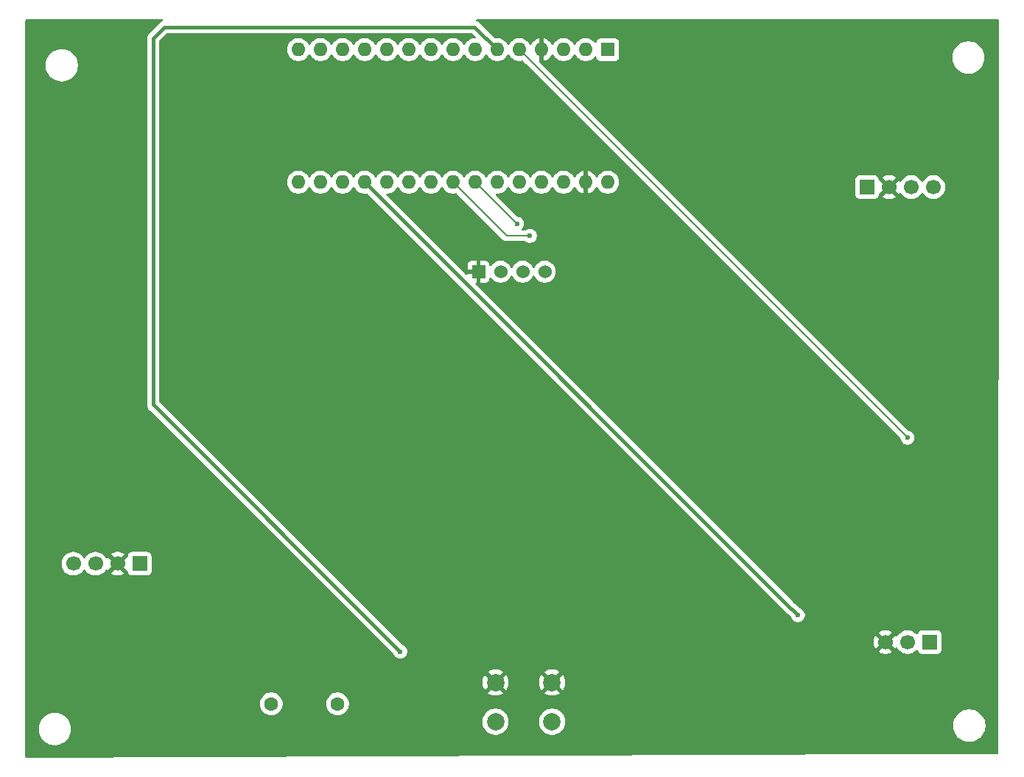
<source format=gbl>
G04 #@! TF.GenerationSoftware,KiCad,Pcbnew,9.0.6*
G04 #@! TF.CreationDate,2025-12-21T20:31:47-08:00*
G04 #@! TF.ProjectId,enviroment_sensor,656e7669-726f-46d6-956e-745f73656e73,rev?*
G04 #@! TF.SameCoordinates,Original*
G04 #@! TF.FileFunction,Copper,L4,Bot*
G04 #@! TF.FilePolarity,Positive*
%FSLAX46Y46*%
G04 Gerber Fmt 4.6, Leading zero omitted, Abs format (unit mm)*
G04 Created by KiCad (PCBNEW 9.0.6) date 2025-12-21 20:31:47*
%MOMM*%
%LPD*%
G01*
G04 APERTURE LIST*
G04 #@! TA.AperFunction,ComponentPad*
%ADD10C,2.000000*%
G04 #@! TD*
G04 #@! TA.AperFunction,ComponentPad*
%ADD11R,1.700000X1.700000*%
G04 #@! TD*
G04 #@! TA.AperFunction,ComponentPad*
%ADD12C,1.700000*%
G04 #@! TD*
G04 #@! TA.AperFunction,ComponentPad*
%ADD13R,1.600000X1.600000*%
G04 #@! TD*
G04 #@! TA.AperFunction,ComponentPad*
%ADD14O,1.600000X1.600000*%
G04 #@! TD*
G04 #@! TA.AperFunction,ComponentPad*
%ADD15C,1.600000*%
G04 #@! TD*
G04 #@! TA.AperFunction,ComponentPad*
%ADD16R,1.524000X1.524000*%
G04 #@! TD*
G04 #@! TA.AperFunction,ComponentPad*
%ADD17C,1.524000*%
G04 #@! TD*
G04 #@! TA.AperFunction,ViaPad*
%ADD18C,0.600000*%
G04 #@! TD*
G04 #@! TA.AperFunction,Conductor*
%ADD19C,0.400000*%
G04 #@! TD*
G04 #@! TA.AperFunction,Conductor*
%ADD20C,0.200000*%
G04 #@! TD*
G04 APERTURE END LIST*
D10*
X97150000Y-110750000D03*
X103650000Y-110750000D03*
X97150000Y-115250000D03*
X103650000Y-115250000D03*
D11*
X139850000Y-53800000D03*
D12*
X142390000Y-53800000D03*
X144930000Y-53800000D03*
X147470000Y-53800000D03*
D13*
X110050000Y-38000000D03*
D14*
X107510000Y-38000000D03*
X104970000Y-38000000D03*
X102430000Y-38000000D03*
X99890000Y-38000000D03*
X97350000Y-38000000D03*
X94810000Y-38000000D03*
X92270000Y-38000000D03*
X89730000Y-38000000D03*
X87190000Y-38000000D03*
X84650000Y-38000000D03*
X82110000Y-38000000D03*
X79570000Y-38000000D03*
X77030000Y-38000000D03*
X74490000Y-38000000D03*
X74490000Y-53240000D03*
X77030000Y-53240000D03*
X79570000Y-53240000D03*
X82110000Y-53240000D03*
X84650000Y-53240000D03*
X87190000Y-53240000D03*
X89730000Y-53240000D03*
X92270000Y-53240000D03*
X94810000Y-53240000D03*
X97350000Y-53240000D03*
X99890000Y-53240000D03*
X102430000Y-53240000D03*
X104970000Y-53240000D03*
X107510000Y-53240000D03*
X110050000Y-53240000D03*
D11*
X56250000Y-97100000D03*
D12*
X53710000Y-97100000D03*
X51170000Y-97100000D03*
X48630000Y-97100000D03*
D11*
X147040000Y-106100000D03*
D12*
X144500000Y-106100000D03*
X141960000Y-106100000D03*
D15*
X71380000Y-113200000D03*
X79000000Y-113200000D03*
D16*
X95190000Y-63530000D03*
D17*
X97730000Y-63530000D03*
X100270000Y-63530000D03*
X102810000Y-63530000D03*
D18*
X131900000Y-103000000D03*
X99600000Y-58000000D03*
X86200000Y-107200000D03*
X144500000Y-82610000D03*
X101100000Y-59400000D03*
D19*
X131200000Y-102300000D02*
X131170000Y-102300000D01*
X131900000Y-103000000D02*
X131200000Y-102300000D01*
X131170000Y-102300000D02*
X82110000Y-53240000D01*
D20*
X99600000Y-58000000D02*
X99200000Y-57600000D01*
X99170000Y-57600000D02*
X94810000Y-53240000D01*
X99200000Y-57600000D02*
X99170000Y-57600000D01*
D19*
X59100000Y-35400000D02*
X94750000Y-35400000D01*
X94750000Y-35400000D02*
X97350000Y-38000000D01*
X86200000Y-107200000D02*
X57800000Y-78800000D01*
X57800000Y-78800000D02*
X57800000Y-36700000D01*
X57800000Y-36700000D02*
X59100000Y-35400000D01*
D20*
X144500000Y-82610000D02*
X99890000Y-38000000D01*
X101100000Y-59400000D02*
X98430000Y-59400000D01*
X98430000Y-59400000D02*
X92270000Y-53240000D01*
G04 #@! TA.AperFunction,Conductor*
G36*
X58884740Y-34520185D02*
G01*
X58930495Y-34572989D01*
X58940439Y-34642147D01*
X58911414Y-34705703D01*
X58865153Y-34739061D01*
X58768192Y-34779222D01*
X58653454Y-34855887D01*
X57255887Y-36253454D01*
X57179222Y-36368192D01*
X57126421Y-36495667D01*
X57126418Y-36495677D01*
X57099500Y-36631004D01*
X57099500Y-36631007D01*
X57099500Y-78731006D01*
X57099500Y-78868994D01*
X57099500Y-78868996D01*
X57099499Y-78868996D01*
X57126418Y-79004322D01*
X57126421Y-79004332D01*
X57179222Y-79131807D01*
X57255887Y-79246545D01*
X57255888Y-79246546D01*
X85403928Y-107394585D01*
X85430808Y-107434814D01*
X85490602Y-107579172D01*
X85490609Y-107579185D01*
X85578210Y-107710288D01*
X85578213Y-107710292D01*
X85689707Y-107821786D01*
X85689711Y-107821789D01*
X85820814Y-107909390D01*
X85820827Y-107909397D01*
X85966498Y-107969735D01*
X85966503Y-107969737D01*
X86121153Y-108000499D01*
X86121156Y-108000500D01*
X86121158Y-108000500D01*
X86278844Y-108000500D01*
X86278845Y-108000499D01*
X86433497Y-107969737D01*
X86579179Y-107909394D01*
X86710289Y-107821789D01*
X86821789Y-107710289D01*
X86909394Y-107579179D01*
X86969737Y-107433497D01*
X87000500Y-107278842D01*
X87000500Y-107121158D01*
X87000500Y-107121155D01*
X87000499Y-107121153D01*
X86975977Y-106997873D01*
X86969737Y-106966503D01*
X86926334Y-106861717D01*
X86909397Y-106820827D01*
X86909390Y-106820814D01*
X86821789Y-106689711D01*
X86821786Y-106689707D01*
X86710292Y-106578213D01*
X86710288Y-106578210D01*
X86579185Y-106490609D01*
X86579172Y-106490602D01*
X86434814Y-106430808D01*
X86394585Y-106403928D01*
X85984410Y-105993753D01*
X140610000Y-105993753D01*
X140610000Y-106206246D01*
X140643242Y-106416127D01*
X140643242Y-106416130D01*
X140708904Y-106618217D01*
X140805375Y-106807550D01*
X140844728Y-106861716D01*
X141477037Y-106229408D01*
X141494075Y-106292993D01*
X141559901Y-106407007D01*
X141652993Y-106500099D01*
X141767007Y-106565925D01*
X141830590Y-106582962D01*
X141198282Y-107215269D01*
X141198282Y-107215270D01*
X141252449Y-107254624D01*
X141441782Y-107351095D01*
X141643870Y-107416757D01*
X141853754Y-107450000D01*
X142066246Y-107450000D01*
X142276127Y-107416757D01*
X142276130Y-107416757D01*
X142478217Y-107351095D01*
X142667554Y-107254622D01*
X142721716Y-107215270D01*
X142721717Y-107215270D01*
X142089408Y-106582962D01*
X142152993Y-106565925D01*
X142267007Y-106500099D01*
X142360099Y-106407007D01*
X142425925Y-106292993D01*
X142442962Y-106229408D01*
X143075270Y-106861717D01*
X143075270Y-106861716D01*
X143114622Y-106807555D01*
X143119232Y-106798507D01*
X143167205Y-106747709D01*
X143235025Y-106730912D01*
X143301161Y-106753447D01*
X143340204Y-106798504D01*
X143344949Y-106807817D01*
X143469890Y-106979786D01*
X143620213Y-107130109D01*
X143792179Y-107255048D01*
X143792181Y-107255049D01*
X143792184Y-107255051D01*
X143981588Y-107351557D01*
X144183757Y-107417246D01*
X144393713Y-107450500D01*
X144393714Y-107450500D01*
X144606286Y-107450500D01*
X144606287Y-107450500D01*
X144816243Y-107417246D01*
X145018412Y-107351557D01*
X145207816Y-107255051D01*
X145379792Y-107130104D01*
X145493329Y-107016566D01*
X145554648Y-106983084D01*
X145624340Y-106988068D01*
X145680274Y-107029939D01*
X145697189Y-107060917D01*
X145746202Y-107192328D01*
X145746206Y-107192335D01*
X145832452Y-107307544D01*
X145832455Y-107307547D01*
X145947664Y-107393793D01*
X145947671Y-107393797D01*
X146082517Y-107444091D01*
X146082516Y-107444091D01*
X146089444Y-107444835D01*
X146142127Y-107450500D01*
X147937872Y-107450499D01*
X147997483Y-107444091D01*
X148132331Y-107393796D01*
X148247546Y-107307546D01*
X148333796Y-107192331D01*
X148384091Y-107057483D01*
X148390500Y-106997873D01*
X148390499Y-105202128D01*
X148384091Y-105142517D01*
X148382810Y-105139083D01*
X148333797Y-105007671D01*
X148333793Y-105007664D01*
X148247547Y-104892455D01*
X148247544Y-104892452D01*
X148132335Y-104806206D01*
X148132328Y-104806202D01*
X147997482Y-104755908D01*
X147997483Y-104755908D01*
X147937883Y-104749501D01*
X147937881Y-104749500D01*
X147937873Y-104749500D01*
X147937864Y-104749500D01*
X146142129Y-104749500D01*
X146142123Y-104749501D01*
X146082516Y-104755908D01*
X145947671Y-104806202D01*
X145947664Y-104806206D01*
X145832455Y-104892452D01*
X145832452Y-104892455D01*
X145746206Y-105007664D01*
X145746203Y-105007669D01*
X145697189Y-105139083D01*
X145655317Y-105195016D01*
X145589853Y-105219433D01*
X145521580Y-105204581D01*
X145493326Y-105183430D01*
X145379786Y-105069890D01*
X145207820Y-104944951D01*
X145018414Y-104848444D01*
X145018413Y-104848443D01*
X145018412Y-104848443D01*
X144816243Y-104782754D01*
X144816241Y-104782753D01*
X144816240Y-104782753D01*
X144654957Y-104757208D01*
X144606287Y-104749500D01*
X144393713Y-104749500D01*
X144345042Y-104757208D01*
X144183760Y-104782753D01*
X143981585Y-104848444D01*
X143792179Y-104944951D01*
X143620213Y-105069890D01*
X143469890Y-105220213D01*
X143344949Y-105392182D01*
X143340202Y-105401499D01*
X143292227Y-105452293D01*
X143224405Y-105469087D01*
X143158271Y-105446548D01*
X143119234Y-105401495D01*
X143114626Y-105392452D01*
X143075270Y-105338282D01*
X143075269Y-105338282D01*
X142442962Y-105970590D01*
X142425925Y-105907007D01*
X142360099Y-105792993D01*
X142267007Y-105699901D01*
X142152993Y-105634075D01*
X142089409Y-105617037D01*
X142721716Y-104984728D01*
X142667550Y-104945375D01*
X142478217Y-104848904D01*
X142276129Y-104783242D01*
X142066246Y-104750000D01*
X141853754Y-104750000D01*
X141643872Y-104783242D01*
X141643869Y-104783242D01*
X141441782Y-104848904D01*
X141252439Y-104945380D01*
X141198282Y-104984727D01*
X141198282Y-104984728D01*
X141830591Y-105617037D01*
X141767007Y-105634075D01*
X141652993Y-105699901D01*
X141559901Y-105792993D01*
X141494075Y-105907007D01*
X141477037Y-105970591D01*
X140844728Y-105338282D01*
X140844727Y-105338282D01*
X140805380Y-105392439D01*
X140708904Y-105581782D01*
X140643242Y-105783869D01*
X140643242Y-105783872D01*
X140610000Y-105993753D01*
X85984410Y-105993753D01*
X58536819Y-78546162D01*
X58503334Y-78484839D01*
X58500500Y-78458481D01*
X58500500Y-53137648D01*
X73189500Y-53137648D01*
X73189500Y-53342351D01*
X73221522Y-53544534D01*
X73284781Y-53739223D01*
X73377715Y-53921613D01*
X73498028Y-54087213D01*
X73642786Y-54231971D01*
X73761767Y-54318414D01*
X73808390Y-54352287D01*
X73924607Y-54411503D01*
X73990776Y-54445218D01*
X73990778Y-54445218D01*
X73990781Y-54445220D01*
X74095137Y-54479127D01*
X74185465Y-54508477D01*
X74286557Y-54524488D01*
X74387648Y-54540500D01*
X74387649Y-54540500D01*
X74592351Y-54540500D01*
X74592352Y-54540500D01*
X74794534Y-54508477D01*
X74989219Y-54445220D01*
X75171610Y-54352287D01*
X75290478Y-54265925D01*
X75337213Y-54231971D01*
X75337215Y-54231968D01*
X75337219Y-54231966D01*
X75481966Y-54087219D01*
X75481968Y-54087215D01*
X75481971Y-54087213D01*
X75602284Y-53921614D01*
X75602286Y-53921611D01*
X75602287Y-53921610D01*
X75649516Y-53828917D01*
X75697489Y-53778123D01*
X75765310Y-53761328D01*
X75831445Y-53783865D01*
X75870485Y-53828919D01*
X75917715Y-53921614D01*
X76038028Y-54087213D01*
X76182786Y-54231971D01*
X76301767Y-54318414D01*
X76348390Y-54352287D01*
X76464607Y-54411503D01*
X76530776Y-54445218D01*
X76530778Y-54445218D01*
X76530781Y-54445220D01*
X76635137Y-54479127D01*
X76725465Y-54508477D01*
X76826557Y-54524488D01*
X76927648Y-54540500D01*
X76927649Y-54540500D01*
X77132351Y-54540500D01*
X77132352Y-54540500D01*
X77334534Y-54508477D01*
X77529219Y-54445220D01*
X77711610Y-54352287D01*
X77830478Y-54265925D01*
X77877213Y-54231971D01*
X77877215Y-54231968D01*
X77877219Y-54231966D01*
X78021966Y-54087219D01*
X78021968Y-54087215D01*
X78021971Y-54087213D01*
X78142284Y-53921614D01*
X78142286Y-53921611D01*
X78142287Y-53921610D01*
X78189516Y-53828917D01*
X78237489Y-53778123D01*
X78305310Y-53761328D01*
X78371445Y-53783865D01*
X78410485Y-53828919D01*
X78457715Y-53921614D01*
X78578028Y-54087213D01*
X78722786Y-54231971D01*
X78841767Y-54318414D01*
X78888390Y-54352287D01*
X79004607Y-54411503D01*
X79070776Y-54445218D01*
X79070778Y-54445218D01*
X79070781Y-54445220D01*
X79175137Y-54479127D01*
X79265465Y-54508477D01*
X79366557Y-54524488D01*
X79467648Y-54540500D01*
X79467649Y-54540500D01*
X79672351Y-54540500D01*
X79672352Y-54540500D01*
X79874534Y-54508477D01*
X80069219Y-54445220D01*
X80251610Y-54352287D01*
X80370478Y-54265925D01*
X80417213Y-54231971D01*
X80417215Y-54231968D01*
X80417219Y-54231966D01*
X80561966Y-54087219D01*
X80561968Y-54087215D01*
X80561971Y-54087213D01*
X80682284Y-53921614D01*
X80682286Y-53921611D01*
X80682287Y-53921610D01*
X80729516Y-53828917D01*
X80777489Y-53778123D01*
X80845310Y-53761328D01*
X80911445Y-53783865D01*
X80950485Y-53828919D01*
X80997715Y-53921614D01*
X81118028Y-54087213D01*
X81262786Y-54231971D01*
X81381767Y-54318414D01*
X81428390Y-54352287D01*
X81544607Y-54411503D01*
X81610776Y-54445218D01*
X81610778Y-54445218D01*
X81610781Y-54445220D01*
X81715137Y-54479127D01*
X81805465Y-54508477D01*
X81906557Y-54524488D01*
X82007648Y-54540500D01*
X82007649Y-54540500D01*
X82212350Y-54540500D01*
X82212352Y-54540500D01*
X82329068Y-54522013D01*
X82398362Y-54530967D01*
X82436148Y-54556805D01*
X130625886Y-102746542D01*
X130723458Y-102844114D01*
X130723459Y-102844115D01*
X130803712Y-102897738D01*
X130822503Y-102913159D01*
X131103927Y-103194584D01*
X131130807Y-103234812D01*
X131190604Y-103379176D01*
X131190609Y-103379185D01*
X131278210Y-103510288D01*
X131278213Y-103510292D01*
X131389707Y-103621786D01*
X131389711Y-103621789D01*
X131520814Y-103709390D01*
X131520827Y-103709397D01*
X131666498Y-103769735D01*
X131666503Y-103769737D01*
X131821153Y-103800499D01*
X131821156Y-103800500D01*
X131821158Y-103800500D01*
X131978844Y-103800500D01*
X131978845Y-103800499D01*
X132133497Y-103769737D01*
X132279179Y-103709394D01*
X132410289Y-103621789D01*
X132521789Y-103510289D01*
X132609394Y-103379179D01*
X132669737Y-103233497D01*
X132700500Y-103078842D01*
X132700500Y-102921158D01*
X132700500Y-102921155D01*
X132700499Y-102921153D01*
X132669738Y-102766510D01*
X132669737Y-102766503D01*
X132661469Y-102746542D01*
X132609397Y-102620827D01*
X132609390Y-102620814D01*
X132521789Y-102489711D01*
X132521786Y-102489707D01*
X132410292Y-102378213D01*
X132410288Y-102378210D01*
X132279185Y-102290609D01*
X132279176Y-102290604D01*
X132134812Y-102230807D01*
X132094584Y-102203927D01*
X131646546Y-101755888D01*
X131646545Y-101755887D01*
X131620169Y-101738264D01*
X131566281Y-101702257D01*
X131547495Y-101686839D01*
X94864338Y-65003681D01*
X94830853Y-64942358D01*
X94835837Y-64872666D01*
X94877709Y-64816733D01*
X94937608Y-64794391D01*
X94940000Y-64792000D01*
X94940000Y-63818816D01*
X94956060Y-63834876D01*
X95042939Y-63885036D01*
X95139840Y-63911000D01*
X95240160Y-63911000D01*
X95337061Y-63885036D01*
X95423940Y-63834876D01*
X95440000Y-63818816D01*
X95440000Y-64792000D01*
X95999828Y-64792000D01*
X95999844Y-64791999D01*
X96059372Y-64785598D01*
X96059379Y-64785596D01*
X96194086Y-64735354D01*
X96194093Y-64735350D01*
X96309187Y-64649190D01*
X96309190Y-64649187D01*
X96395350Y-64534093D01*
X96395354Y-64534086D01*
X96445596Y-64399379D01*
X96445598Y-64399372D01*
X96451999Y-64339844D01*
X96452000Y-64339827D01*
X96452000Y-64300510D01*
X96471685Y-64233471D01*
X96524489Y-64187716D01*
X96593647Y-64177772D01*
X96657203Y-64206797D01*
X96676318Y-64227625D01*
X96729272Y-64300510D01*
X96767019Y-64352464D01*
X96907536Y-64492981D01*
X97068306Y-64609787D01*
X97155149Y-64654035D01*
X97245367Y-64700005D01*
X97245370Y-64700006D01*
X97339866Y-64730709D01*
X97434364Y-64761413D01*
X97630639Y-64792500D01*
X97630640Y-64792500D01*
X97829360Y-64792500D01*
X97829361Y-64792500D01*
X98025636Y-64761413D01*
X98214632Y-64700005D01*
X98391694Y-64609787D01*
X98552464Y-64492981D01*
X98692981Y-64352464D01*
X98809787Y-64191694D01*
X98889515Y-64035218D01*
X98937490Y-63984423D01*
X99005311Y-63967628D01*
X99071446Y-63990165D01*
X99110484Y-64035218D01*
X99190213Y-64191694D01*
X99307019Y-64352464D01*
X99447536Y-64492981D01*
X99608306Y-64609787D01*
X99695149Y-64654035D01*
X99785367Y-64700005D01*
X99785370Y-64700006D01*
X99879866Y-64730709D01*
X99974364Y-64761413D01*
X100170639Y-64792500D01*
X100170640Y-64792500D01*
X100369360Y-64792500D01*
X100369361Y-64792500D01*
X100565636Y-64761413D01*
X100754632Y-64700005D01*
X100931694Y-64609787D01*
X101092464Y-64492981D01*
X101232981Y-64352464D01*
X101349787Y-64191694D01*
X101429515Y-64035218D01*
X101477490Y-63984423D01*
X101545311Y-63967628D01*
X101611446Y-63990165D01*
X101650484Y-64035218D01*
X101730213Y-64191694D01*
X101847019Y-64352464D01*
X101987536Y-64492981D01*
X102148306Y-64609787D01*
X102235149Y-64654035D01*
X102325367Y-64700005D01*
X102325370Y-64700006D01*
X102419866Y-64730709D01*
X102514364Y-64761413D01*
X102710639Y-64792500D01*
X102710640Y-64792500D01*
X102909360Y-64792500D01*
X102909361Y-64792500D01*
X103105636Y-64761413D01*
X103294632Y-64700005D01*
X103471694Y-64609787D01*
X103632464Y-64492981D01*
X103772981Y-64352464D01*
X103889787Y-64191694D01*
X103980005Y-64014632D01*
X104041413Y-63825636D01*
X104072500Y-63629361D01*
X104072500Y-63430639D01*
X104041413Y-63234364D01*
X103980005Y-63045368D01*
X103980005Y-63045367D01*
X103934035Y-62955149D01*
X103889787Y-62868306D01*
X103772981Y-62707536D01*
X103632464Y-62567019D01*
X103471694Y-62450213D01*
X103394360Y-62410809D01*
X103294632Y-62359994D01*
X103294629Y-62359993D01*
X103105637Y-62298587D01*
X103007498Y-62283043D01*
X102909361Y-62267500D01*
X102710639Y-62267500D01*
X102645214Y-62277862D01*
X102514362Y-62298587D01*
X102325370Y-62359993D01*
X102325367Y-62359994D01*
X102148305Y-62450213D01*
X101987533Y-62567021D01*
X101847021Y-62707533D01*
X101730213Y-62868305D01*
X101650485Y-63024780D01*
X101602510Y-63075576D01*
X101534689Y-63092371D01*
X101468554Y-63069833D01*
X101429515Y-63024780D01*
X101410179Y-62986832D01*
X101349787Y-62868306D01*
X101232981Y-62707536D01*
X101092464Y-62567019D01*
X100931694Y-62450213D01*
X100854360Y-62410809D01*
X100754632Y-62359994D01*
X100754629Y-62359993D01*
X100565637Y-62298587D01*
X100467498Y-62283043D01*
X100369361Y-62267500D01*
X100170639Y-62267500D01*
X100105214Y-62277862D01*
X99974362Y-62298587D01*
X99785370Y-62359993D01*
X99785367Y-62359994D01*
X99608305Y-62450213D01*
X99447533Y-62567021D01*
X99307021Y-62707533D01*
X99190213Y-62868305D01*
X99110485Y-63024780D01*
X99062510Y-63075576D01*
X98994689Y-63092371D01*
X98928554Y-63069833D01*
X98889515Y-63024780D01*
X98870179Y-62986832D01*
X98809787Y-62868306D01*
X98692981Y-62707536D01*
X98552464Y-62567019D01*
X98391694Y-62450213D01*
X98314360Y-62410809D01*
X98214632Y-62359994D01*
X98214629Y-62359993D01*
X98025637Y-62298587D01*
X97927498Y-62283043D01*
X97829361Y-62267500D01*
X97630639Y-62267500D01*
X97565214Y-62277862D01*
X97434362Y-62298587D01*
X97245370Y-62359993D01*
X97245367Y-62359994D01*
X97068305Y-62450213D01*
X96907533Y-62567021D01*
X96767021Y-62707533D01*
X96767021Y-62707534D01*
X96767019Y-62707536D01*
X96729273Y-62759489D01*
X96676318Y-62832375D01*
X96620988Y-62875040D01*
X96551374Y-62881019D01*
X96489579Y-62848413D01*
X96455222Y-62787574D01*
X96452000Y-62759489D01*
X96452000Y-62720172D01*
X96451999Y-62720155D01*
X96445598Y-62660627D01*
X96445596Y-62660620D01*
X96395354Y-62525913D01*
X96395350Y-62525906D01*
X96309190Y-62410812D01*
X96309187Y-62410809D01*
X96194093Y-62324649D01*
X96194086Y-62324645D01*
X96059379Y-62274403D01*
X96059372Y-62274401D01*
X95999844Y-62268000D01*
X95440000Y-62268000D01*
X95440000Y-63241184D01*
X95423940Y-63225124D01*
X95337061Y-63174964D01*
X95240160Y-63149000D01*
X95139840Y-63149000D01*
X95042939Y-63174964D01*
X94956060Y-63225124D01*
X94940000Y-63241184D01*
X94940000Y-62268000D01*
X94380155Y-62268000D01*
X94320627Y-62274401D01*
X94320620Y-62274403D01*
X94185913Y-62324645D01*
X94185906Y-62324649D01*
X94070812Y-62410809D01*
X94070809Y-62410812D01*
X93984649Y-62525906D01*
X93984645Y-62525913D01*
X93934403Y-62660620D01*
X93934401Y-62660627D01*
X93928000Y-62720155D01*
X93928000Y-63280000D01*
X94901184Y-63280000D01*
X94885124Y-63296060D01*
X94834964Y-63382939D01*
X94809000Y-63479840D01*
X94809000Y-63580160D01*
X94834964Y-63677061D01*
X94885124Y-63763940D01*
X94901184Y-63780000D01*
X93928000Y-63780000D01*
X93923003Y-63784996D01*
X93908315Y-63835020D01*
X93855511Y-63880775D01*
X93786353Y-63890719D01*
X93722797Y-63861694D01*
X93716319Y-63855662D01*
X84612838Y-54752181D01*
X84579353Y-54690858D01*
X84584337Y-54621166D01*
X84626209Y-54565233D01*
X84691673Y-54540816D01*
X84700519Y-54540500D01*
X84752351Y-54540500D01*
X84752352Y-54540500D01*
X84954534Y-54508477D01*
X85149219Y-54445220D01*
X85331610Y-54352287D01*
X85450478Y-54265925D01*
X85497213Y-54231971D01*
X85497215Y-54231968D01*
X85497219Y-54231966D01*
X85641966Y-54087219D01*
X85641968Y-54087215D01*
X85641971Y-54087213D01*
X85762284Y-53921614D01*
X85762286Y-53921611D01*
X85762287Y-53921610D01*
X85809516Y-53828917D01*
X85857489Y-53778123D01*
X85925310Y-53761328D01*
X85991445Y-53783865D01*
X86030485Y-53828919D01*
X86077715Y-53921614D01*
X86198028Y-54087213D01*
X86342786Y-54231971D01*
X86461767Y-54318414D01*
X86508390Y-54352287D01*
X86624607Y-54411503D01*
X86690776Y-54445218D01*
X86690778Y-54445218D01*
X86690781Y-54445220D01*
X86795137Y-54479127D01*
X86885465Y-54508477D01*
X86986557Y-54524488D01*
X87087648Y-54540500D01*
X87087649Y-54540500D01*
X87292351Y-54540500D01*
X87292352Y-54540500D01*
X87494534Y-54508477D01*
X87689219Y-54445220D01*
X87871610Y-54352287D01*
X87990478Y-54265925D01*
X88037213Y-54231971D01*
X88037215Y-54231968D01*
X88037219Y-54231966D01*
X88181966Y-54087219D01*
X88181968Y-54087215D01*
X88181971Y-54087213D01*
X88302284Y-53921614D01*
X88302286Y-53921611D01*
X88302287Y-53921610D01*
X88349516Y-53828917D01*
X88397489Y-53778123D01*
X88465310Y-53761328D01*
X88531445Y-53783865D01*
X88570485Y-53828919D01*
X88617715Y-53921614D01*
X88738028Y-54087213D01*
X88882786Y-54231971D01*
X89001767Y-54318414D01*
X89048390Y-54352287D01*
X89164607Y-54411503D01*
X89230776Y-54445218D01*
X89230778Y-54445218D01*
X89230781Y-54445220D01*
X89335137Y-54479127D01*
X89425465Y-54508477D01*
X89526557Y-54524488D01*
X89627648Y-54540500D01*
X89627649Y-54540500D01*
X89832351Y-54540500D01*
X89832352Y-54540500D01*
X90034534Y-54508477D01*
X90229219Y-54445220D01*
X90411610Y-54352287D01*
X90530478Y-54265925D01*
X90577213Y-54231971D01*
X90577215Y-54231968D01*
X90577219Y-54231966D01*
X90721966Y-54087219D01*
X90721968Y-54087215D01*
X90721971Y-54087213D01*
X90842284Y-53921614D01*
X90842286Y-53921611D01*
X90842287Y-53921610D01*
X90889516Y-53828917D01*
X90937489Y-53778123D01*
X91005310Y-53761328D01*
X91071445Y-53783865D01*
X91110485Y-53828919D01*
X91157715Y-53921614D01*
X91278028Y-54087213D01*
X91422786Y-54231971D01*
X91541767Y-54318414D01*
X91588390Y-54352287D01*
X91704607Y-54411503D01*
X91770776Y-54445218D01*
X91770778Y-54445218D01*
X91770781Y-54445220D01*
X91875137Y-54479127D01*
X91965465Y-54508477D01*
X92066557Y-54524488D01*
X92167648Y-54540500D01*
X92167649Y-54540500D01*
X92372351Y-54540500D01*
X92372352Y-54540500D01*
X92574534Y-54508477D01*
X92588842Y-54503827D01*
X92658682Y-54501831D01*
X92714841Y-54534076D01*
X98061284Y-59880520D01*
X98061286Y-59880521D01*
X98061290Y-59880524D01*
X98198209Y-59959573D01*
X98198216Y-59959577D01*
X98350943Y-60000501D01*
X98350945Y-60000501D01*
X98516654Y-60000501D01*
X98516670Y-60000500D01*
X100520234Y-60000500D01*
X100587273Y-60020185D01*
X100589125Y-60021398D01*
X100720814Y-60109390D01*
X100720827Y-60109397D01*
X100866498Y-60169735D01*
X100866503Y-60169737D01*
X101021153Y-60200499D01*
X101021156Y-60200500D01*
X101021158Y-60200500D01*
X101178844Y-60200500D01*
X101178845Y-60200499D01*
X101333497Y-60169737D01*
X101479179Y-60109394D01*
X101610289Y-60021789D01*
X101721789Y-59910289D01*
X101809394Y-59779179D01*
X101869737Y-59633497D01*
X101900500Y-59478842D01*
X101900500Y-59321158D01*
X101900500Y-59321155D01*
X101900499Y-59321153D01*
X101869738Y-59166510D01*
X101869737Y-59166503D01*
X101869735Y-59166498D01*
X101809397Y-59020827D01*
X101809390Y-59020814D01*
X101721789Y-58889711D01*
X101721786Y-58889707D01*
X101610292Y-58778213D01*
X101610288Y-58778210D01*
X101479185Y-58690609D01*
X101479172Y-58690602D01*
X101333501Y-58630264D01*
X101333489Y-58630261D01*
X101178845Y-58599500D01*
X101178842Y-58599500D01*
X101021158Y-58599500D01*
X101021155Y-58599500D01*
X100866510Y-58630261D01*
X100866498Y-58630264D01*
X100720827Y-58690602D01*
X100720814Y-58690609D01*
X100589125Y-58778602D01*
X100522447Y-58799480D01*
X100520234Y-58799500D01*
X100231941Y-58799500D01*
X100164902Y-58779815D01*
X100119147Y-58727011D01*
X100109203Y-58657853D01*
X100138228Y-58594297D01*
X100144260Y-58587819D01*
X100221786Y-58510292D01*
X100221789Y-58510289D01*
X100309394Y-58379179D01*
X100369737Y-58233497D01*
X100400500Y-58078842D01*
X100400500Y-57921158D01*
X100400500Y-57921155D01*
X100400499Y-57921153D01*
X100369738Y-57766510D01*
X100369737Y-57766503D01*
X100369735Y-57766498D01*
X100309397Y-57620827D01*
X100309390Y-57620814D01*
X100221789Y-57489711D01*
X100221786Y-57489707D01*
X100110292Y-57378213D01*
X100110288Y-57378210D01*
X99979185Y-57290609D01*
X99979172Y-57290602D01*
X99833501Y-57230264D01*
X99833491Y-57230261D01*
X99678151Y-57199362D01*
X99666691Y-57194173D01*
X99657692Y-57193427D01*
X99640878Y-57182486D01*
X99626909Y-57176161D01*
X99620434Y-57171198D01*
X99568716Y-57119480D01*
X99504859Y-57082612D01*
X99498436Y-57077689D01*
X99496209Y-57074643D01*
X99486189Y-57066954D01*
X97171416Y-54752181D01*
X97137931Y-54690858D01*
X97142915Y-54621166D01*
X97184787Y-54565233D01*
X97250251Y-54540816D01*
X97259097Y-54540500D01*
X97452351Y-54540500D01*
X97452352Y-54540500D01*
X97654534Y-54508477D01*
X97849219Y-54445220D01*
X98031610Y-54352287D01*
X98150478Y-54265925D01*
X98197213Y-54231971D01*
X98197215Y-54231968D01*
X98197219Y-54231966D01*
X98341966Y-54087219D01*
X98341968Y-54087215D01*
X98341971Y-54087213D01*
X98462284Y-53921614D01*
X98462286Y-53921611D01*
X98462287Y-53921610D01*
X98509516Y-53828917D01*
X98557489Y-53778123D01*
X98625310Y-53761328D01*
X98691445Y-53783865D01*
X98730485Y-53828919D01*
X98777715Y-53921614D01*
X98898028Y-54087213D01*
X99042786Y-54231971D01*
X99161767Y-54318414D01*
X99208390Y-54352287D01*
X99324607Y-54411503D01*
X99390776Y-54445218D01*
X99390778Y-54445218D01*
X99390781Y-54445220D01*
X99495137Y-54479127D01*
X99585465Y-54508477D01*
X99686557Y-54524488D01*
X99787648Y-54540500D01*
X99787649Y-54540500D01*
X99992351Y-54540500D01*
X99992352Y-54540500D01*
X100194534Y-54508477D01*
X100389219Y-54445220D01*
X100571610Y-54352287D01*
X100690478Y-54265925D01*
X100737213Y-54231971D01*
X100737215Y-54231968D01*
X100737219Y-54231966D01*
X100881966Y-54087219D01*
X100881968Y-54087215D01*
X100881971Y-54087213D01*
X101002284Y-53921614D01*
X101002286Y-53921611D01*
X101002287Y-53921610D01*
X101049516Y-53828917D01*
X101097489Y-53778123D01*
X101165310Y-53761328D01*
X101231445Y-53783865D01*
X101270485Y-53828919D01*
X101317715Y-53921614D01*
X101438028Y-54087213D01*
X101582786Y-54231971D01*
X101701767Y-54318414D01*
X101748390Y-54352287D01*
X101864607Y-54411503D01*
X101930776Y-54445218D01*
X101930778Y-54445218D01*
X101930781Y-54445220D01*
X102035137Y-54479127D01*
X102125465Y-54508477D01*
X102226557Y-54524488D01*
X102327648Y-54540500D01*
X102327649Y-54540500D01*
X102532351Y-54540500D01*
X102532352Y-54540500D01*
X102734534Y-54508477D01*
X102929219Y-54445220D01*
X103111610Y-54352287D01*
X103230478Y-54265925D01*
X103277213Y-54231971D01*
X103277215Y-54231968D01*
X103277219Y-54231966D01*
X103421966Y-54087219D01*
X103421968Y-54087215D01*
X103421971Y-54087213D01*
X103542284Y-53921614D01*
X103542286Y-53921611D01*
X103542287Y-53921610D01*
X103589516Y-53828917D01*
X103637489Y-53778123D01*
X103705310Y-53761328D01*
X103771445Y-53783865D01*
X103810485Y-53828919D01*
X103857715Y-53921614D01*
X103978028Y-54087213D01*
X104122786Y-54231971D01*
X104241767Y-54318414D01*
X104288390Y-54352287D01*
X104404607Y-54411503D01*
X104470776Y-54445218D01*
X104470778Y-54445218D01*
X104470781Y-54445220D01*
X104575137Y-54479127D01*
X104665465Y-54508477D01*
X104766557Y-54524488D01*
X104867648Y-54540500D01*
X104867649Y-54540500D01*
X105072351Y-54540500D01*
X105072352Y-54540500D01*
X105274534Y-54508477D01*
X105469219Y-54445220D01*
X105651610Y-54352287D01*
X105770478Y-54265925D01*
X105817213Y-54231971D01*
X105817215Y-54231968D01*
X105817219Y-54231966D01*
X105961966Y-54087219D01*
X105961968Y-54087215D01*
X105961971Y-54087213D01*
X106082284Y-53921614D01*
X106082286Y-53921611D01*
X106082287Y-53921610D01*
X106129795Y-53828369D01*
X106177770Y-53777574D01*
X106245591Y-53760779D01*
X106311725Y-53783316D01*
X106350765Y-53828370D01*
X106398140Y-53921349D01*
X106518417Y-54086894D01*
X106518417Y-54086895D01*
X106663104Y-54231582D01*
X106828650Y-54351859D01*
X107010968Y-54444754D01*
X107205578Y-54507988D01*
X107260000Y-54516607D01*
X107260000Y-53673012D01*
X107317007Y-53705925D01*
X107444174Y-53740000D01*
X107575826Y-53740000D01*
X107702993Y-53705925D01*
X107760000Y-53673012D01*
X107760000Y-54516606D01*
X107814421Y-54507988D01*
X108009031Y-54444754D01*
X108191349Y-54351859D01*
X108356894Y-54231582D01*
X108356895Y-54231582D01*
X108501582Y-54086895D01*
X108501582Y-54086894D01*
X108621861Y-53921347D01*
X108669234Y-53828371D01*
X108717208Y-53777575D01*
X108785028Y-53760779D01*
X108851164Y-53783316D01*
X108890203Y-53828369D01*
X108937713Y-53921611D01*
X109058028Y-54087213D01*
X109202786Y-54231971D01*
X109321767Y-54318414D01*
X109368390Y-54352287D01*
X109484607Y-54411503D01*
X109550776Y-54445218D01*
X109550778Y-54445218D01*
X109550781Y-54445220D01*
X109655137Y-54479127D01*
X109745465Y-54508477D01*
X109846557Y-54524488D01*
X109947648Y-54540500D01*
X109947649Y-54540500D01*
X110152351Y-54540500D01*
X110152352Y-54540500D01*
X110354534Y-54508477D01*
X110549219Y-54445220D01*
X110731610Y-54352287D01*
X110850478Y-54265925D01*
X110897213Y-54231971D01*
X110897215Y-54231968D01*
X110897219Y-54231966D01*
X111041966Y-54087219D01*
X111041968Y-54087215D01*
X111041971Y-54087213D01*
X111094732Y-54014590D01*
X111162287Y-53921610D01*
X111255220Y-53739219D01*
X111318477Y-53544534D01*
X111350500Y-53342352D01*
X111350500Y-53137648D01*
X111319045Y-52939049D01*
X111318477Y-52935465D01*
X111264678Y-52769890D01*
X111255220Y-52740781D01*
X111255218Y-52740778D01*
X111255218Y-52740776D01*
X111209515Y-52651080D01*
X111162287Y-52558390D01*
X111154556Y-52547749D01*
X111041971Y-52392786D01*
X110897213Y-52248028D01*
X110731613Y-52127715D01*
X110731612Y-52127714D01*
X110731610Y-52127713D01*
X110674653Y-52098691D01*
X110549223Y-52034781D01*
X110354534Y-51971522D01*
X110179995Y-51943878D01*
X110152352Y-51939500D01*
X109947648Y-51939500D01*
X109923329Y-51943351D01*
X109745465Y-51971522D01*
X109550776Y-52034781D01*
X109368386Y-52127715D01*
X109202786Y-52248028D01*
X109058028Y-52392786D01*
X108937713Y-52558388D01*
X108890203Y-52651630D01*
X108842228Y-52702426D01*
X108774407Y-52719220D01*
X108708272Y-52696682D01*
X108669234Y-52651628D01*
X108621861Y-52558652D01*
X108501582Y-52393105D01*
X108501582Y-52393104D01*
X108356895Y-52248417D01*
X108191349Y-52128140D01*
X108009029Y-52035244D01*
X107814413Y-51972009D01*
X107760000Y-51963390D01*
X107760000Y-52806988D01*
X107702993Y-52774075D01*
X107575826Y-52740000D01*
X107444174Y-52740000D01*
X107317007Y-52774075D01*
X107260000Y-52806988D01*
X107260000Y-51963390D01*
X107205586Y-51972009D01*
X107010970Y-52035244D01*
X106828650Y-52128140D01*
X106663105Y-52248417D01*
X106663104Y-52248417D01*
X106518417Y-52393104D01*
X106518417Y-52393105D01*
X106398140Y-52558650D01*
X106350765Y-52651629D01*
X106302790Y-52702425D01*
X106234969Y-52719220D01*
X106168834Y-52696682D01*
X106129795Y-52651629D01*
X106099644Y-52592455D01*
X106082287Y-52558390D01*
X106074556Y-52547749D01*
X105961971Y-52392786D01*
X105817213Y-52248028D01*
X105651613Y-52127715D01*
X105651612Y-52127714D01*
X105651610Y-52127713D01*
X105594653Y-52098691D01*
X105469223Y-52034781D01*
X105274534Y-51971522D01*
X105099995Y-51943878D01*
X105072352Y-51939500D01*
X104867648Y-51939500D01*
X104843329Y-51943351D01*
X104665465Y-51971522D01*
X104470776Y-52034781D01*
X104288386Y-52127715D01*
X104122786Y-52248028D01*
X103978028Y-52392786D01*
X103857715Y-52558386D01*
X103810485Y-52651080D01*
X103762510Y-52701876D01*
X103694689Y-52718671D01*
X103628554Y-52696134D01*
X103589515Y-52651080D01*
X103586391Y-52644949D01*
X103542287Y-52558390D01*
X103534556Y-52547749D01*
X103421971Y-52392786D01*
X103277213Y-52248028D01*
X103111613Y-52127715D01*
X103111612Y-52127714D01*
X103111610Y-52127713D01*
X103054653Y-52098691D01*
X102929223Y-52034781D01*
X102734534Y-51971522D01*
X102559995Y-51943878D01*
X102532352Y-51939500D01*
X102327648Y-51939500D01*
X102303329Y-51943351D01*
X102125465Y-51971522D01*
X101930776Y-52034781D01*
X101748386Y-52127715D01*
X101582786Y-52248028D01*
X101438028Y-52392786D01*
X101317715Y-52558386D01*
X101270485Y-52651080D01*
X101222510Y-52701876D01*
X101154689Y-52718671D01*
X101088554Y-52696134D01*
X101049515Y-52651080D01*
X101046391Y-52644949D01*
X101002287Y-52558390D01*
X100994556Y-52547749D01*
X100881971Y-52392786D01*
X100737213Y-52248028D01*
X100571613Y-52127715D01*
X100571612Y-52127714D01*
X100571610Y-52127713D01*
X100514653Y-52098691D01*
X100389223Y-52034781D01*
X100194534Y-51971522D01*
X100019995Y-51943878D01*
X99992352Y-51939500D01*
X99787648Y-51939500D01*
X99763329Y-51943351D01*
X99585465Y-51971522D01*
X99390776Y-52034781D01*
X99208386Y-52127715D01*
X99042786Y-52248028D01*
X98898028Y-52392786D01*
X98777715Y-52558386D01*
X98730485Y-52651080D01*
X98682510Y-52701876D01*
X98614689Y-52718671D01*
X98548554Y-52696134D01*
X98509515Y-52651080D01*
X98506391Y-52644949D01*
X98462287Y-52558390D01*
X98454556Y-52547749D01*
X98341971Y-52392786D01*
X98197213Y-52248028D01*
X98031613Y-52127715D01*
X98031612Y-52127714D01*
X98031610Y-52127713D01*
X97974653Y-52098691D01*
X97849223Y-52034781D01*
X97654534Y-51971522D01*
X97479995Y-51943878D01*
X97452352Y-51939500D01*
X97247648Y-51939500D01*
X97223329Y-51943351D01*
X97045465Y-51971522D01*
X96850776Y-52034781D01*
X96668386Y-52127715D01*
X96502786Y-52248028D01*
X96358028Y-52392786D01*
X96237715Y-52558386D01*
X96190485Y-52651080D01*
X96142510Y-52701876D01*
X96074689Y-52718671D01*
X96008554Y-52696134D01*
X95969515Y-52651080D01*
X95966391Y-52644949D01*
X95922287Y-52558390D01*
X95914556Y-52547749D01*
X95801971Y-52392786D01*
X95657213Y-52248028D01*
X95491613Y-52127715D01*
X95491612Y-52127714D01*
X95491610Y-52127713D01*
X95434653Y-52098691D01*
X95309223Y-52034781D01*
X95114534Y-51971522D01*
X94939995Y-51943878D01*
X94912352Y-51939500D01*
X94707648Y-51939500D01*
X94683329Y-51943351D01*
X94505465Y-51971522D01*
X94310776Y-52034781D01*
X94128386Y-52127715D01*
X93962786Y-52248028D01*
X93818028Y-52392786D01*
X93697715Y-52558386D01*
X93650485Y-52651080D01*
X93602510Y-52701876D01*
X93534689Y-52718671D01*
X93468554Y-52696134D01*
X93429515Y-52651080D01*
X93426391Y-52644949D01*
X93382287Y-52558390D01*
X93374556Y-52547749D01*
X93261971Y-52392786D01*
X93117213Y-52248028D01*
X92951613Y-52127715D01*
X92951612Y-52127714D01*
X92951610Y-52127713D01*
X92894653Y-52098691D01*
X92769223Y-52034781D01*
X92574534Y-51971522D01*
X92399995Y-51943878D01*
X92372352Y-51939500D01*
X92167648Y-51939500D01*
X92143329Y-51943351D01*
X91965465Y-51971522D01*
X91770776Y-52034781D01*
X91588386Y-52127715D01*
X91422786Y-52248028D01*
X91278028Y-52392786D01*
X91157715Y-52558386D01*
X91110485Y-52651080D01*
X91062510Y-52701876D01*
X90994689Y-52718671D01*
X90928554Y-52696134D01*
X90889515Y-52651080D01*
X90886391Y-52644949D01*
X90842287Y-52558390D01*
X90834556Y-52547749D01*
X90721971Y-52392786D01*
X90577213Y-52248028D01*
X90411613Y-52127715D01*
X90411612Y-52127714D01*
X90411610Y-52127713D01*
X90354653Y-52098691D01*
X90229223Y-52034781D01*
X90034534Y-51971522D01*
X89859995Y-51943878D01*
X89832352Y-51939500D01*
X89627648Y-51939500D01*
X89603329Y-51943351D01*
X89425465Y-51971522D01*
X89230776Y-52034781D01*
X89048386Y-52127715D01*
X88882786Y-52248028D01*
X88738028Y-52392786D01*
X88617715Y-52558386D01*
X88570485Y-52651080D01*
X88522510Y-52701876D01*
X88454689Y-52718671D01*
X88388554Y-52696134D01*
X88349515Y-52651080D01*
X88346391Y-52644949D01*
X88302287Y-52558390D01*
X88294556Y-52547749D01*
X88181971Y-52392786D01*
X88037213Y-52248028D01*
X87871613Y-52127715D01*
X87871612Y-52127714D01*
X87871610Y-52127713D01*
X87814653Y-52098691D01*
X87689223Y-52034781D01*
X87494534Y-51971522D01*
X87319995Y-51943878D01*
X87292352Y-51939500D01*
X87087648Y-51939500D01*
X87063329Y-51943351D01*
X86885465Y-51971522D01*
X86690776Y-52034781D01*
X86508386Y-52127715D01*
X86342786Y-52248028D01*
X86198028Y-52392786D01*
X86077715Y-52558386D01*
X86030485Y-52651080D01*
X85982510Y-52701876D01*
X85914689Y-52718671D01*
X85848554Y-52696134D01*
X85809515Y-52651080D01*
X85806391Y-52644949D01*
X85762287Y-52558390D01*
X85754556Y-52547749D01*
X85641971Y-52392786D01*
X85497213Y-52248028D01*
X85331613Y-52127715D01*
X85331612Y-52127714D01*
X85331610Y-52127713D01*
X85274653Y-52098691D01*
X85149223Y-52034781D01*
X84954534Y-51971522D01*
X84779995Y-51943878D01*
X84752352Y-51939500D01*
X84547648Y-51939500D01*
X84523329Y-51943351D01*
X84345465Y-51971522D01*
X84150776Y-52034781D01*
X83968386Y-52127715D01*
X83802786Y-52248028D01*
X83658028Y-52392786D01*
X83537715Y-52558386D01*
X83490485Y-52651080D01*
X83442510Y-52701876D01*
X83374689Y-52718671D01*
X83308554Y-52696134D01*
X83269515Y-52651080D01*
X83266391Y-52644949D01*
X83222287Y-52558390D01*
X83214556Y-52547749D01*
X83101971Y-52392786D01*
X82957213Y-52248028D01*
X82791613Y-52127715D01*
X82791612Y-52127714D01*
X82791610Y-52127713D01*
X82734653Y-52098691D01*
X82609223Y-52034781D01*
X82414534Y-51971522D01*
X82239995Y-51943878D01*
X82212352Y-51939500D01*
X82007648Y-51939500D01*
X81983329Y-51943351D01*
X81805465Y-51971522D01*
X81610776Y-52034781D01*
X81428386Y-52127715D01*
X81262786Y-52248028D01*
X81118028Y-52392786D01*
X80997715Y-52558386D01*
X80950485Y-52651080D01*
X80902510Y-52701876D01*
X80834689Y-52718671D01*
X80768554Y-52696134D01*
X80729515Y-52651080D01*
X80726391Y-52644949D01*
X80682287Y-52558390D01*
X80674556Y-52547749D01*
X80561971Y-52392786D01*
X80417213Y-52248028D01*
X80251613Y-52127715D01*
X80251612Y-52127714D01*
X80251610Y-52127713D01*
X80194653Y-52098691D01*
X80069223Y-52034781D01*
X79874534Y-51971522D01*
X79699995Y-51943878D01*
X79672352Y-51939500D01*
X79467648Y-51939500D01*
X79443329Y-51943351D01*
X79265465Y-51971522D01*
X79070776Y-52034781D01*
X78888386Y-52127715D01*
X78722786Y-52248028D01*
X78578028Y-52392786D01*
X78457715Y-52558386D01*
X78410485Y-52651080D01*
X78362510Y-52701876D01*
X78294689Y-52718671D01*
X78228554Y-52696134D01*
X78189515Y-52651080D01*
X78186391Y-52644949D01*
X78142287Y-52558390D01*
X78134556Y-52547749D01*
X78021971Y-52392786D01*
X77877213Y-52248028D01*
X77711613Y-52127715D01*
X77711612Y-52127714D01*
X77711610Y-52127713D01*
X77654653Y-52098691D01*
X77529223Y-52034781D01*
X77334534Y-51971522D01*
X77159995Y-51943878D01*
X77132352Y-51939500D01*
X76927648Y-51939500D01*
X76903329Y-51943351D01*
X76725465Y-51971522D01*
X76530776Y-52034781D01*
X76348386Y-52127715D01*
X76182786Y-52248028D01*
X76038028Y-52392786D01*
X75917715Y-52558386D01*
X75870485Y-52651080D01*
X75822510Y-52701876D01*
X75754689Y-52718671D01*
X75688554Y-52696134D01*
X75649515Y-52651080D01*
X75646391Y-52644949D01*
X75602287Y-52558390D01*
X75594556Y-52547749D01*
X75481971Y-52392786D01*
X75337213Y-52248028D01*
X75171613Y-52127715D01*
X75171612Y-52127714D01*
X75171610Y-52127713D01*
X75114653Y-52098691D01*
X74989223Y-52034781D01*
X74794534Y-51971522D01*
X74619995Y-51943878D01*
X74592352Y-51939500D01*
X74387648Y-51939500D01*
X74363329Y-51943351D01*
X74185465Y-51971522D01*
X73990776Y-52034781D01*
X73808386Y-52127715D01*
X73642786Y-52248028D01*
X73498028Y-52392786D01*
X73377715Y-52558386D01*
X73284781Y-52740776D01*
X73221522Y-52935465D01*
X73189500Y-53137648D01*
X58500500Y-53137648D01*
X58500500Y-37041519D01*
X58520185Y-36974480D01*
X58536819Y-36953838D01*
X59353838Y-36136819D01*
X59415161Y-36103334D01*
X59441519Y-36100500D01*
X94408481Y-36100500D01*
X94475520Y-36120185D01*
X94496162Y-36136819D01*
X94847162Y-36487819D01*
X94880647Y-36549142D01*
X94875663Y-36618834D01*
X94833791Y-36674767D01*
X94768327Y-36699184D01*
X94759481Y-36699500D01*
X94707648Y-36699500D01*
X94683329Y-36703351D01*
X94505465Y-36731522D01*
X94310776Y-36794781D01*
X94128386Y-36887715D01*
X93962786Y-37008028D01*
X93818028Y-37152786D01*
X93697715Y-37318386D01*
X93650485Y-37411080D01*
X93602510Y-37461876D01*
X93534689Y-37478671D01*
X93468554Y-37456134D01*
X93429515Y-37411080D01*
X93402503Y-37358067D01*
X93382287Y-37318390D01*
X93374556Y-37307749D01*
X93261971Y-37152786D01*
X93117213Y-37008028D01*
X92951613Y-36887715D01*
X92951612Y-36887714D01*
X92951610Y-36887713D01*
X92894653Y-36858691D01*
X92769223Y-36794781D01*
X92574534Y-36731522D01*
X92399995Y-36703878D01*
X92372352Y-36699500D01*
X92167648Y-36699500D01*
X92143329Y-36703351D01*
X91965465Y-36731522D01*
X91770776Y-36794781D01*
X91588386Y-36887715D01*
X91422786Y-37008028D01*
X91278028Y-37152786D01*
X91157715Y-37318386D01*
X91110485Y-37411080D01*
X91062510Y-37461876D01*
X90994689Y-37478671D01*
X90928554Y-37456134D01*
X90889515Y-37411080D01*
X90862503Y-37358067D01*
X90842287Y-37318390D01*
X90834556Y-37307749D01*
X90721971Y-37152786D01*
X90577213Y-37008028D01*
X90411613Y-36887715D01*
X90411612Y-36887714D01*
X90411610Y-36887713D01*
X90354653Y-36858691D01*
X90229223Y-36794781D01*
X90034534Y-36731522D01*
X89859995Y-36703878D01*
X89832352Y-36699500D01*
X89627648Y-36699500D01*
X89603329Y-36703351D01*
X89425465Y-36731522D01*
X89230776Y-36794781D01*
X89048386Y-36887715D01*
X88882786Y-37008028D01*
X88738028Y-37152786D01*
X88617715Y-37318386D01*
X88570485Y-37411080D01*
X88522510Y-37461876D01*
X88454689Y-37478671D01*
X88388554Y-37456134D01*
X88349515Y-37411080D01*
X88322503Y-37358067D01*
X88302287Y-37318390D01*
X88294556Y-37307749D01*
X88181971Y-37152786D01*
X88037213Y-37008028D01*
X87871613Y-36887715D01*
X87871612Y-36887714D01*
X87871610Y-36887713D01*
X87814653Y-36858691D01*
X87689223Y-36794781D01*
X87494534Y-36731522D01*
X87319995Y-36703878D01*
X87292352Y-36699500D01*
X87087648Y-36699500D01*
X87063329Y-36703351D01*
X86885465Y-36731522D01*
X86690776Y-36794781D01*
X86508386Y-36887715D01*
X86342786Y-37008028D01*
X86198028Y-37152786D01*
X86077715Y-37318386D01*
X86030485Y-37411080D01*
X85982510Y-37461876D01*
X85914689Y-37478671D01*
X85848554Y-37456134D01*
X85809515Y-37411080D01*
X85782503Y-37358067D01*
X85762287Y-37318390D01*
X85754556Y-37307749D01*
X85641971Y-37152786D01*
X85497213Y-37008028D01*
X85331613Y-36887715D01*
X85331612Y-36887714D01*
X85331610Y-36887713D01*
X85274653Y-36858691D01*
X85149223Y-36794781D01*
X84954534Y-36731522D01*
X84779995Y-36703878D01*
X84752352Y-36699500D01*
X84547648Y-36699500D01*
X84523329Y-36703351D01*
X84345465Y-36731522D01*
X84150776Y-36794781D01*
X83968386Y-36887715D01*
X83802786Y-37008028D01*
X83658028Y-37152786D01*
X83537715Y-37318386D01*
X83490485Y-37411080D01*
X83442510Y-37461876D01*
X83374689Y-37478671D01*
X83308554Y-37456134D01*
X83269515Y-37411080D01*
X83242503Y-37358067D01*
X83222287Y-37318390D01*
X83214556Y-37307749D01*
X83101971Y-37152786D01*
X82957213Y-37008028D01*
X82791613Y-36887715D01*
X82791612Y-36887714D01*
X82791610Y-36887713D01*
X82734653Y-36858691D01*
X82609223Y-36794781D01*
X82414534Y-36731522D01*
X82239995Y-36703878D01*
X82212352Y-36699500D01*
X82007648Y-36699500D01*
X81983329Y-36703351D01*
X81805465Y-36731522D01*
X81610776Y-36794781D01*
X81428386Y-36887715D01*
X81262786Y-37008028D01*
X81118028Y-37152786D01*
X80997715Y-37318386D01*
X80950485Y-37411080D01*
X80902510Y-37461876D01*
X80834689Y-37478671D01*
X80768554Y-37456134D01*
X80729515Y-37411080D01*
X80702503Y-37358067D01*
X80682287Y-37318390D01*
X80674556Y-37307749D01*
X80561971Y-37152786D01*
X80417213Y-37008028D01*
X80251613Y-36887715D01*
X80251612Y-36887714D01*
X80251610Y-36887713D01*
X80194653Y-36858691D01*
X80069223Y-36794781D01*
X79874534Y-36731522D01*
X79699995Y-36703878D01*
X79672352Y-36699500D01*
X79467648Y-36699500D01*
X79443329Y-36703351D01*
X79265465Y-36731522D01*
X79070776Y-36794781D01*
X78888386Y-36887715D01*
X78722786Y-37008028D01*
X78578028Y-37152786D01*
X78457715Y-37318386D01*
X78410485Y-37411080D01*
X78362510Y-37461876D01*
X78294689Y-37478671D01*
X78228554Y-37456134D01*
X78189515Y-37411080D01*
X78162503Y-37358067D01*
X78142287Y-37318390D01*
X78134556Y-37307749D01*
X78021971Y-37152786D01*
X77877213Y-37008028D01*
X77711613Y-36887715D01*
X77711612Y-36887714D01*
X77711610Y-36887713D01*
X77654653Y-36858691D01*
X77529223Y-36794781D01*
X77334534Y-36731522D01*
X77159995Y-36703878D01*
X77132352Y-36699500D01*
X76927648Y-36699500D01*
X76903329Y-36703351D01*
X76725465Y-36731522D01*
X76530776Y-36794781D01*
X76348386Y-36887715D01*
X76182786Y-37008028D01*
X76038028Y-37152786D01*
X75917715Y-37318386D01*
X75870485Y-37411080D01*
X75822510Y-37461876D01*
X75754689Y-37478671D01*
X75688554Y-37456134D01*
X75649515Y-37411080D01*
X75622503Y-37358067D01*
X75602287Y-37318390D01*
X75594556Y-37307749D01*
X75481971Y-37152786D01*
X75337213Y-37008028D01*
X75171613Y-36887715D01*
X75171612Y-36887714D01*
X75171610Y-36887713D01*
X75114653Y-36858691D01*
X74989223Y-36794781D01*
X74794534Y-36731522D01*
X74619995Y-36703878D01*
X74592352Y-36699500D01*
X74387648Y-36699500D01*
X74363329Y-36703351D01*
X74185465Y-36731522D01*
X73990776Y-36794781D01*
X73808386Y-36887715D01*
X73642786Y-37008028D01*
X73498028Y-37152786D01*
X73377715Y-37318386D01*
X73284781Y-37500776D01*
X73221522Y-37695465D01*
X73189500Y-37897648D01*
X73189500Y-38102351D01*
X73221522Y-38304534D01*
X73284781Y-38499223D01*
X73377715Y-38681613D01*
X73498028Y-38847213D01*
X73642786Y-38991971D01*
X73797749Y-39104556D01*
X73808390Y-39112287D01*
X73897212Y-39157544D01*
X73990776Y-39205218D01*
X73990778Y-39205218D01*
X73990781Y-39205220D01*
X74095137Y-39239127D01*
X74185465Y-39268477D01*
X74285695Y-39284352D01*
X74387648Y-39300500D01*
X74387649Y-39300500D01*
X74592351Y-39300500D01*
X74592352Y-39300500D01*
X74794534Y-39268477D01*
X74989219Y-39205220D01*
X75171610Y-39112287D01*
X75267901Y-39042328D01*
X75337213Y-38991971D01*
X75337215Y-38991968D01*
X75337219Y-38991966D01*
X75481966Y-38847219D01*
X75481968Y-38847215D01*
X75481971Y-38847213D01*
X75602284Y-38681614D01*
X75602286Y-38681611D01*
X75602287Y-38681610D01*
X75649516Y-38588917D01*
X75697489Y-38538123D01*
X75765310Y-38521328D01*
X75831445Y-38543865D01*
X75870485Y-38588919D01*
X75917715Y-38681614D01*
X76038028Y-38847213D01*
X76182786Y-38991971D01*
X76337749Y-39104556D01*
X76348390Y-39112287D01*
X76437212Y-39157544D01*
X76530776Y-39205218D01*
X76530778Y-39205218D01*
X76530781Y-39205220D01*
X76635137Y-39239127D01*
X76725465Y-39268477D01*
X76825695Y-39284352D01*
X76927648Y-39300500D01*
X76927649Y-39300500D01*
X77132351Y-39300500D01*
X77132352Y-39300500D01*
X77334534Y-39268477D01*
X77529219Y-39205220D01*
X77711610Y-39112287D01*
X77807901Y-39042328D01*
X77877213Y-38991971D01*
X77877215Y-38991968D01*
X77877219Y-38991966D01*
X78021966Y-38847219D01*
X78021968Y-38847215D01*
X78021971Y-38847213D01*
X78142284Y-38681614D01*
X78142286Y-38681611D01*
X78142287Y-38681610D01*
X78189516Y-38588917D01*
X78237489Y-38538123D01*
X78305310Y-38521328D01*
X78371445Y-38543865D01*
X78410485Y-38588919D01*
X78457715Y-38681614D01*
X78578028Y-38847213D01*
X78722786Y-38991971D01*
X78877749Y-39104556D01*
X78888390Y-39112287D01*
X78977212Y-39157544D01*
X79070776Y-39205218D01*
X79070778Y-39205218D01*
X79070781Y-39205220D01*
X79175137Y-39239127D01*
X79265465Y-39268477D01*
X79365695Y-39284352D01*
X79467648Y-39300500D01*
X79467649Y-39300500D01*
X79672351Y-39300500D01*
X79672352Y-39300500D01*
X79874534Y-39268477D01*
X80069219Y-39205220D01*
X80251610Y-39112287D01*
X80347901Y-39042328D01*
X80417213Y-38991971D01*
X80417215Y-38991968D01*
X80417219Y-38991966D01*
X80561966Y-38847219D01*
X80561968Y-38847215D01*
X80561971Y-38847213D01*
X80682284Y-38681614D01*
X80682286Y-38681611D01*
X80682287Y-38681610D01*
X80729516Y-38588917D01*
X80777489Y-38538123D01*
X80845310Y-38521328D01*
X80911445Y-38543865D01*
X80950485Y-38588919D01*
X80997715Y-38681614D01*
X81118028Y-38847213D01*
X81262786Y-38991971D01*
X81417749Y-39104556D01*
X81428390Y-39112287D01*
X81517212Y-39157544D01*
X81610776Y-39205218D01*
X81610778Y-39205218D01*
X81610781Y-39205220D01*
X81715137Y-39239127D01*
X81805465Y-39268477D01*
X81905695Y-39284352D01*
X82007648Y-39300500D01*
X82007649Y-39300500D01*
X82212351Y-39300500D01*
X82212352Y-39300500D01*
X82414534Y-39268477D01*
X82609219Y-39205220D01*
X82791610Y-39112287D01*
X82887901Y-39042328D01*
X82957213Y-38991971D01*
X82957215Y-38991968D01*
X82957219Y-38991966D01*
X83101966Y-38847219D01*
X83101968Y-38847215D01*
X83101971Y-38847213D01*
X83222284Y-38681614D01*
X83222286Y-38681611D01*
X83222287Y-38681610D01*
X83269516Y-38588917D01*
X83317489Y-38538123D01*
X83385310Y-38521328D01*
X83451445Y-38543865D01*
X83490485Y-38588919D01*
X83537715Y-38681614D01*
X83658028Y-38847213D01*
X83802786Y-38991971D01*
X83957749Y-39104556D01*
X83968390Y-39112287D01*
X84057212Y-39157544D01*
X84150776Y-39205218D01*
X84150778Y-39205218D01*
X84150781Y-39205220D01*
X84255137Y-39239127D01*
X84345465Y-39268477D01*
X84445695Y-39284352D01*
X84547648Y-39300500D01*
X84547649Y-39300500D01*
X84752351Y-39300500D01*
X84752352Y-39300500D01*
X84954534Y-39268477D01*
X85149219Y-39205220D01*
X85331610Y-39112287D01*
X85427901Y-39042328D01*
X85497213Y-38991971D01*
X85497215Y-38991968D01*
X85497219Y-38991966D01*
X85641966Y-38847219D01*
X85641968Y-38847215D01*
X85641971Y-38847213D01*
X85762284Y-38681614D01*
X85762286Y-38681611D01*
X85762287Y-38681610D01*
X85809516Y-38588917D01*
X85857489Y-38538123D01*
X85925310Y-38521328D01*
X85991445Y-38543865D01*
X86030485Y-38588919D01*
X86077715Y-38681614D01*
X86198028Y-38847213D01*
X86342786Y-38991971D01*
X86497749Y-39104556D01*
X86508390Y-39112287D01*
X86597212Y-39157544D01*
X86690776Y-39205218D01*
X86690778Y-39205218D01*
X86690781Y-39205220D01*
X86795137Y-39239127D01*
X86885465Y-39268477D01*
X86985695Y-39284352D01*
X87087648Y-39300500D01*
X87087649Y-39300500D01*
X87292351Y-39300500D01*
X87292352Y-39300500D01*
X87494534Y-39268477D01*
X87689219Y-39205220D01*
X87871610Y-39112287D01*
X87967901Y-39042328D01*
X88037213Y-38991971D01*
X88037215Y-38991968D01*
X88037219Y-38991966D01*
X88181966Y-38847219D01*
X88181968Y-38847215D01*
X88181971Y-38847213D01*
X88302284Y-38681614D01*
X88302286Y-38681611D01*
X88302287Y-38681610D01*
X88349516Y-38588917D01*
X88397489Y-38538123D01*
X88465310Y-38521328D01*
X88531445Y-38543865D01*
X88570485Y-38588919D01*
X88617715Y-38681614D01*
X88738028Y-38847213D01*
X88882786Y-38991971D01*
X89037749Y-39104556D01*
X89048390Y-39112287D01*
X89137212Y-39157544D01*
X89230776Y-39205218D01*
X89230778Y-39205218D01*
X89230781Y-39205220D01*
X89335137Y-39239127D01*
X89425465Y-39268477D01*
X89525695Y-39284352D01*
X89627648Y-39300500D01*
X89627649Y-39300500D01*
X89832351Y-39300500D01*
X89832352Y-39300500D01*
X90034534Y-39268477D01*
X90229219Y-39205220D01*
X90411610Y-39112287D01*
X90507901Y-39042328D01*
X90577213Y-38991971D01*
X90577215Y-38991968D01*
X90577219Y-38991966D01*
X90721966Y-38847219D01*
X90721968Y-38847215D01*
X90721971Y-38847213D01*
X90842284Y-38681614D01*
X90842286Y-38681611D01*
X90842287Y-38681610D01*
X90889516Y-38588917D01*
X90937489Y-38538123D01*
X91005310Y-38521328D01*
X91071445Y-38543865D01*
X91110485Y-38588919D01*
X91157715Y-38681614D01*
X91278028Y-38847213D01*
X91422786Y-38991971D01*
X91577749Y-39104556D01*
X91588390Y-39112287D01*
X91677212Y-39157544D01*
X91770776Y-39205218D01*
X91770778Y-39205218D01*
X91770781Y-39205220D01*
X91875137Y-39239127D01*
X91965465Y-39268477D01*
X92065695Y-39284352D01*
X92167648Y-39300500D01*
X92167649Y-39300500D01*
X92372351Y-39300500D01*
X92372352Y-39300500D01*
X92574534Y-39268477D01*
X92769219Y-39205220D01*
X92951610Y-39112287D01*
X93047901Y-39042328D01*
X93117213Y-38991971D01*
X93117215Y-38991968D01*
X93117219Y-38991966D01*
X93261966Y-38847219D01*
X93261968Y-38847215D01*
X93261971Y-38847213D01*
X93382284Y-38681614D01*
X93382286Y-38681611D01*
X93382287Y-38681610D01*
X93429516Y-38588917D01*
X93477489Y-38538123D01*
X93545310Y-38521328D01*
X93611445Y-38543865D01*
X93650485Y-38588919D01*
X93697715Y-38681614D01*
X93818028Y-38847213D01*
X93962786Y-38991971D01*
X94117749Y-39104556D01*
X94128390Y-39112287D01*
X94217212Y-39157544D01*
X94310776Y-39205218D01*
X94310778Y-39205218D01*
X94310781Y-39205220D01*
X94415137Y-39239127D01*
X94505465Y-39268477D01*
X94605695Y-39284352D01*
X94707648Y-39300500D01*
X94707649Y-39300500D01*
X94912351Y-39300500D01*
X94912352Y-39300500D01*
X95114534Y-39268477D01*
X95309219Y-39205220D01*
X95491610Y-39112287D01*
X95587901Y-39042328D01*
X95657213Y-38991971D01*
X95657215Y-38991968D01*
X95657219Y-38991966D01*
X95801966Y-38847219D01*
X95801968Y-38847215D01*
X95801971Y-38847213D01*
X95922284Y-38681614D01*
X95922286Y-38681611D01*
X95922287Y-38681610D01*
X95969516Y-38588917D01*
X96017489Y-38538123D01*
X96085310Y-38521328D01*
X96151445Y-38543865D01*
X96190485Y-38588919D01*
X96237715Y-38681614D01*
X96358028Y-38847213D01*
X96502786Y-38991971D01*
X96657749Y-39104556D01*
X96668390Y-39112287D01*
X96757212Y-39157544D01*
X96850776Y-39205218D01*
X96850778Y-39205218D01*
X96850781Y-39205220D01*
X96955137Y-39239127D01*
X97045465Y-39268477D01*
X97145695Y-39284352D01*
X97247648Y-39300500D01*
X97247649Y-39300500D01*
X97452351Y-39300500D01*
X97452352Y-39300500D01*
X97654534Y-39268477D01*
X97849219Y-39205220D01*
X98031610Y-39112287D01*
X98127901Y-39042328D01*
X98197213Y-38991971D01*
X98197215Y-38991968D01*
X98197219Y-38991966D01*
X98341966Y-38847219D01*
X98341968Y-38847215D01*
X98341971Y-38847213D01*
X98462284Y-38681614D01*
X98462286Y-38681611D01*
X98462287Y-38681610D01*
X98509516Y-38588917D01*
X98557489Y-38538123D01*
X98625310Y-38521328D01*
X98691445Y-38543865D01*
X98730485Y-38588919D01*
X98777715Y-38681614D01*
X98898028Y-38847213D01*
X99042786Y-38991971D01*
X99197749Y-39104556D01*
X99208390Y-39112287D01*
X99297212Y-39157544D01*
X99390776Y-39205218D01*
X99390778Y-39205218D01*
X99390781Y-39205220D01*
X99495137Y-39239127D01*
X99585465Y-39268477D01*
X99685695Y-39284352D01*
X99787648Y-39300500D01*
X99787649Y-39300500D01*
X99992351Y-39300500D01*
X99992352Y-39300500D01*
X100194534Y-39268477D01*
X100208842Y-39263827D01*
X100278682Y-39261831D01*
X100334842Y-39294077D01*
X143665425Y-82624660D01*
X143698910Y-82685983D01*
X143699361Y-82688149D01*
X143730261Y-82843491D01*
X143730264Y-82843501D01*
X143790602Y-82989172D01*
X143790609Y-82989185D01*
X143878210Y-83120288D01*
X143878213Y-83120292D01*
X143989707Y-83231786D01*
X143989711Y-83231789D01*
X144120814Y-83319390D01*
X144120827Y-83319397D01*
X144266498Y-83379735D01*
X144266503Y-83379737D01*
X144421153Y-83410499D01*
X144421156Y-83410500D01*
X144421158Y-83410500D01*
X144578844Y-83410500D01*
X144578845Y-83410499D01*
X144733497Y-83379737D01*
X144879179Y-83319394D01*
X145010289Y-83231789D01*
X145121789Y-83120289D01*
X145209394Y-82989179D01*
X145269737Y-82843497D01*
X145300500Y-82688842D01*
X145300500Y-82531158D01*
X145300500Y-82531155D01*
X145300499Y-82531153D01*
X145269738Y-82376510D01*
X145269737Y-82376503D01*
X145269735Y-82376498D01*
X145209397Y-82230827D01*
X145209390Y-82230814D01*
X145121789Y-82099711D01*
X145121786Y-82099707D01*
X145010292Y-81988213D01*
X145010288Y-81988210D01*
X144879185Y-81900609D01*
X144879172Y-81900602D01*
X144733501Y-81840264D01*
X144733491Y-81840261D01*
X144578149Y-81809361D01*
X144516238Y-81776976D01*
X144514660Y-81775425D01*
X115641370Y-52902135D01*
X138499500Y-52902135D01*
X138499500Y-54697870D01*
X138499501Y-54697876D01*
X138505908Y-54757483D01*
X138556202Y-54892328D01*
X138556206Y-54892335D01*
X138642452Y-55007544D01*
X138642455Y-55007547D01*
X138757664Y-55093793D01*
X138757671Y-55093797D01*
X138892517Y-55144091D01*
X138892516Y-55144091D01*
X138899444Y-55144835D01*
X138952127Y-55150500D01*
X140747872Y-55150499D01*
X140807483Y-55144091D01*
X140942331Y-55093796D01*
X141057546Y-55007546D01*
X141143796Y-54892331D01*
X141194091Y-54757483D01*
X141200500Y-54697873D01*
X141200499Y-54673979D01*
X141203330Y-54660963D01*
X141213940Y-54641525D01*
X141220179Y-54620275D01*
X141236803Y-54599643D01*
X141236808Y-54599636D01*
X141236811Y-54599634D01*
X141236818Y-54599626D01*
X141907037Y-53929408D01*
X141924075Y-53992993D01*
X141989901Y-54107007D01*
X142082993Y-54200099D01*
X142197007Y-54265925D01*
X142260590Y-54282962D01*
X141628282Y-54915269D01*
X141628282Y-54915270D01*
X141682449Y-54954624D01*
X141871782Y-55051095D01*
X142073870Y-55116757D01*
X142283754Y-55150000D01*
X142496246Y-55150000D01*
X142706127Y-55116757D01*
X142706130Y-55116757D01*
X142908217Y-55051095D01*
X143097554Y-54954622D01*
X143151716Y-54915270D01*
X143151717Y-54915270D01*
X142519408Y-54282962D01*
X142582993Y-54265925D01*
X142697007Y-54200099D01*
X142790099Y-54107007D01*
X142855925Y-53992993D01*
X142872962Y-53929408D01*
X143505270Y-54561717D01*
X143505270Y-54561716D01*
X143544622Y-54507555D01*
X143549232Y-54498507D01*
X143597205Y-54447709D01*
X143665025Y-54430912D01*
X143731161Y-54453447D01*
X143770204Y-54498504D01*
X143774949Y-54507817D01*
X143899890Y-54679786D01*
X144050213Y-54830109D01*
X144222179Y-54955048D01*
X144222181Y-54955049D01*
X144222184Y-54955051D01*
X144411588Y-55051557D01*
X144613757Y-55117246D01*
X144823713Y-55150500D01*
X144823714Y-55150500D01*
X145036286Y-55150500D01*
X145036287Y-55150500D01*
X145246243Y-55117246D01*
X145448412Y-55051557D01*
X145637816Y-54955051D01*
X145724138Y-54892335D01*
X145809786Y-54830109D01*
X145809788Y-54830106D01*
X145809792Y-54830104D01*
X145960104Y-54679792D01*
X145960106Y-54679788D01*
X145960109Y-54679786D01*
X146085048Y-54507820D01*
X146085050Y-54507817D01*
X146085051Y-54507816D01*
X146089514Y-54499054D01*
X146137488Y-54448259D01*
X146205308Y-54431463D01*
X146271444Y-54453999D01*
X146310484Y-54499054D01*
X146312917Y-54503828D01*
X146314951Y-54507820D01*
X146439890Y-54679786D01*
X146590213Y-54830109D01*
X146762179Y-54955048D01*
X146762181Y-54955049D01*
X146762184Y-54955051D01*
X146951588Y-55051557D01*
X147153757Y-55117246D01*
X147363713Y-55150500D01*
X147363714Y-55150500D01*
X147576286Y-55150500D01*
X147576287Y-55150500D01*
X147786243Y-55117246D01*
X147988412Y-55051557D01*
X148177816Y-54955051D01*
X148264138Y-54892335D01*
X148349786Y-54830109D01*
X148349788Y-54830106D01*
X148349792Y-54830104D01*
X148500104Y-54679792D01*
X148500106Y-54679788D01*
X148500109Y-54679786D01*
X148625048Y-54507820D01*
X148625050Y-54507817D01*
X148625051Y-54507816D01*
X148721557Y-54318412D01*
X148787246Y-54116243D01*
X148820500Y-53906287D01*
X148820500Y-53693713D01*
X148787246Y-53483757D01*
X148721557Y-53281588D01*
X148625051Y-53092184D01*
X148625049Y-53092181D01*
X148625048Y-53092179D01*
X148500109Y-52920213D01*
X148349786Y-52769890D01*
X148177820Y-52644951D01*
X147988414Y-52548444D01*
X147988413Y-52548443D01*
X147988412Y-52548443D01*
X147786243Y-52482754D01*
X147786241Y-52482753D01*
X147786240Y-52482753D01*
X147624957Y-52457208D01*
X147576287Y-52449500D01*
X147363713Y-52449500D01*
X147315042Y-52457208D01*
X147153760Y-52482753D01*
X146951585Y-52548444D01*
X146762179Y-52644951D01*
X146590213Y-52769890D01*
X146439890Y-52920213D01*
X146314949Y-53092182D01*
X146310484Y-53100946D01*
X146262509Y-53151742D01*
X146194688Y-53168536D01*
X146128553Y-53145998D01*
X146089516Y-53100946D01*
X146085050Y-53092182D01*
X145960109Y-52920213D01*
X145809786Y-52769890D01*
X145637820Y-52644951D01*
X145448414Y-52548444D01*
X145448413Y-52548443D01*
X145448412Y-52548443D01*
X145246243Y-52482754D01*
X145246241Y-52482753D01*
X145246240Y-52482753D01*
X145084957Y-52457208D01*
X145036287Y-52449500D01*
X144823713Y-52449500D01*
X144775042Y-52457208D01*
X144613760Y-52482753D01*
X144411585Y-52548444D01*
X144222179Y-52644951D01*
X144050213Y-52769890D01*
X143899890Y-52920213D01*
X143774949Y-53092182D01*
X143770202Y-53101499D01*
X143722227Y-53152293D01*
X143654405Y-53169087D01*
X143588271Y-53146548D01*
X143549234Y-53101495D01*
X143544626Y-53092452D01*
X143505270Y-53038282D01*
X143505269Y-53038282D01*
X142872962Y-53670590D01*
X142855925Y-53607007D01*
X142790099Y-53492993D01*
X142697007Y-53399901D01*
X142582993Y-53334075D01*
X142519409Y-53317037D01*
X143151716Y-52684728D01*
X143097550Y-52645375D01*
X142908217Y-52548904D01*
X142706129Y-52483242D01*
X142496246Y-52450000D01*
X142283754Y-52450000D01*
X142073872Y-52483242D01*
X142073869Y-52483242D01*
X141871782Y-52548904D01*
X141682439Y-52645380D01*
X141628282Y-52684727D01*
X141628282Y-52684728D01*
X142260591Y-53317037D01*
X142197007Y-53334075D01*
X142082993Y-53399901D01*
X141989901Y-53492993D01*
X141924075Y-53607007D01*
X141907037Y-53670591D01*
X141236818Y-53000372D01*
X141203333Y-52939049D01*
X141203330Y-52939036D01*
X141200499Y-52926015D01*
X141200499Y-52902128D01*
X141194091Y-52842517D01*
X141155855Y-52740000D01*
X141143798Y-52707673D01*
X141143793Y-52707664D01*
X141057547Y-52592455D01*
X141057544Y-52592452D01*
X140942335Y-52506206D01*
X140942328Y-52506202D01*
X140807482Y-52455908D01*
X140807483Y-52455908D01*
X140747883Y-52449501D01*
X140747881Y-52449500D01*
X140747873Y-52449500D01*
X140747864Y-52449500D01*
X138952129Y-52449500D01*
X138952123Y-52449501D01*
X138892516Y-52455908D01*
X138757671Y-52506202D01*
X138757664Y-52506206D01*
X138642455Y-52592452D01*
X138642452Y-52592455D01*
X138556206Y-52707664D01*
X138556202Y-52707671D01*
X138505908Y-52842517D01*
X138499501Y-52902116D01*
X138499500Y-52902135D01*
X115641370Y-52902135D01*
X102186314Y-39447079D01*
X102152829Y-39385756D01*
X102157813Y-39316064D01*
X102180000Y-39284352D01*
X102180000Y-38433012D01*
X102237007Y-38465925D01*
X102364174Y-38500000D01*
X102495826Y-38500000D01*
X102622993Y-38465925D01*
X102680000Y-38433012D01*
X102680000Y-39276606D01*
X102734421Y-39267988D01*
X102929031Y-39204754D01*
X103111349Y-39111859D01*
X103276894Y-38991582D01*
X103276895Y-38991582D01*
X103421582Y-38846895D01*
X103421582Y-38846894D01*
X103541861Y-38681347D01*
X103589234Y-38588371D01*
X103637208Y-38537575D01*
X103705028Y-38520779D01*
X103771164Y-38543316D01*
X103810203Y-38588369D01*
X103857713Y-38681611D01*
X103978028Y-38847213D01*
X104122786Y-38991971D01*
X104277749Y-39104556D01*
X104288390Y-39112287D01*
X104377212Y-39157544D01*
X104470776Y-39205218D01*
X104470778Y-39205218D01*
X104470781Y-39205220D01*
X104575137Y-39239127D01*
X104665465Y-39268477D01*
X104765695Y-39284352D01*
X104867648Y-39300500D01*
X104867649Y-39300500D01*
X105072351Y-39300500D01*
X105072352Y-39300500D01*
X105274534Y-39268477D01*
X105469219Y-39205220D01*
X105651610Y-39112287D01*
X105747901Y-39042328D01*
X105817213Y-38991971D01*
X105817215Y-38991968D01*
X105817219Y-38991966D01*
X105961966Y-38847219D01*
X105961968Y-38847215D01*
X105961971Y-38847213D01*
X106082284Y-38681614D01*
X106082286Y-38681611D01*
X106082287Y-38681610D01*
X106129516Y-38588917D01*
X106177489Y-38538123D01*
X106245310Y-38521328D01*
X106311445Y-38543865D01*
X106350485Y-38588919D01*
X106397715Y-38681614D01*
X106518028Y-38847213D01*
X106662786Y-38991971D01*
X106817749Y-39104556D01*
X106828390Y-39112287D01*
X106917212Y-39157544D01*
X107010776Y-39205218D01*
X107010778Y-39205218D01*
X107010781Y-39205220D01*
X107115137Y-39239127D01*
X107205465Y-39268477D01*
X107305695Y-39284352D01*
X107407648Y-39300500D01*
X107407649Y-39300500D01*
X107612351Y-39300500D01*
X107612352Y-39300500D01*
X107814534Y-39268477D01*
X108009219Y-39205220D01*
X108191610Y-39112287D01*
X108287901Y-39042328D01*
X108357213Y-38991971D01*
X108357215Y-38991968D01*
X108357219Y-38991966D01*
X108501966Y-38847219D01*
X108528330Y-38810930D01*
X108583658Y-38768265D01*
X108653271Y-38762284D01*
X108715067Y-38794889D01*
X108749426Y-38855726D01*
X108751938Y-38870559D01*
X108755907Y-38907480D01*
X108806202Y-39042328D01*
X108806206Y-39042335D01*
X108892452Y-39157544D01*
X108892455Y-39157547D01*
X109007664Y-39243793D01*
X109007671Y-39243797D01*
X109142517Y-39294091D01*
X109142516Y-39294091D01*
X109149444Y-39294835D01*
X109202127Y-39300500D01*
X110897872Y-39300499D01*
X110957483Y-39294091D01*
X111092331Y-39243796D01*
X111207546Y-39157546D01*
X111293796Y-39042331D01*
X111344091Y-38907483D01*
X111350500Y-38847873D01*
X111350500Y-38778711D01*
X149649500Y-38778711D01*
X149649500Y-39021288D01*
X149681161Y-39261785D01*
X149743947Y-39496104D01*
X149819586Y-39678711D01*
X149836776Y-39720212D01*
X149958064Y-39930289D01*
X149958066Y-39930292D01*
X149958067Y-39930293D01*
X150105733Y-40122736D01*
X150105739Y-40122743D01*
X150277256Y-40294260D01*
X150277262Y-40294265D01*
X150469711Y-40441936D01*
X150679788Y-40563224D01*
X150903900Y-40656054D01*
X151138211Y-40718838D01*
X151318586Y-40742584D01*
X151378711Y-40750500D01*
X151378712Y-40750500D01*
X151621289Y-40750500D01*
X151669388Y-40744167D01*
X151861789Y-40718838D01*
X152096100Y-40656054D01*
X152320212Y-40563224D01*
X152530289Y-40441936D01*
X152722738Y-40294265D01*
X152894265Y-40122738D01*
X153041936Y-39930289D01*
X153163224Y-39720212D01*
X153256054Y-39496100D01*
X153318838Y-39261789D01*
X153350500Y-39021288D01*
X153350500Y-38778712D01*
X153318838Y-38538211D01*
X153256054Y-38303900D01*
X153163224Y-38079788D01*
X153041936Y-37869711D01*
X152915611Y-37705081D01*
X152894266Y-37677263D01*
X152894260Y-37677256D01*
X152722743Y-37505739D01*
X152722736Y-37505733D01*
X152530293Y-37358067D01*
X152530292Y-37358066D01*
X152530289Y-37358064D01*
X152320212Y-37236776D01*
X152319140Y-37236332D01*
X152096104Y-37143947D01*
X151861785Y-37081161D01*
X151621289Y-37049500D01*
X151621288Y-37049500D01*
X151378712Y-37049500D01*
X151378711Y-37049500D01*
X151138214Y-37081161D01*
X150903895Y-37143947D01*
X150679794Y-37236773D01*
X150679785Y-37236777D01*
X150469706Y-37358067D01*
X150277263Y-37505733D01*
X150277256Y-37505739D01*
X150105739Y-37677256D01*
X150105733Y-37677263D01*
X149958067Y-37869706D01*
X149836777Y-38079785D01*
X149836773Y-38079794D01*
X149743947Y-38303895D01*
X149681161Y-38538214D01*
X149649500Y-38778711D01*
X111350500Y-38778711D01*
X111350499Y-37981162D01*
X111350499Y-37152129D01*
X111350498Y-37152123D01*
X111349619Y-37143947D01*
X111344091Y-37092517D01*
X111339855Y-37081161D01*
X111293797Y-36957671D01*
X111293793Y-36957664D01*
X111207547Y-36842455D01*
X111207544Y-36842452D01*
X111092335Y-36756206D01*
X111092328Y-36756202D01*
X110957482Y-36705908D01*
X110957483Y-36705908D01*
X110897883Y-36699501D01*
X110897881Y-36699500D01*
X110897873Y-36699500D01*
X110897864Y-36699500D01*
X109202129Y-36699500D01*
X109202123Y-36699501D01*
X109142516Y-36705908D01*
X109007671Y-36756202D01*
X109007664Y-36756206D01*
X108892455Y-36842452D01*
X108892452Y-36842455D01*
X108806206Y-36957664D01*
X108806202Y-36957671D01*
X108755908Y-37092516D01*
X108751939Y-37129440D01*
X108725201Y-37193991D01*
X108667809Y-37233839D01*
X108597983Y-37236332D01*
X108537895Y-37200679D01*
X108528332Y-37189070D01*
X108501967Y-37152782D01*
X108357213Y-37008028D01*
X108191613Y-36887715D01*
X108191612Y-36887714D01*
X108191610Y-36887713D01*
X108134653Y-36858691D01*
X108009223Y-36794781D01*
X107814534Y-36731522D01*
X107639995Y-36703878D01*
X107612352Y-36699500D01*
X107407648Y-36699500D01*
X107383329Y-36703351D01*
X107205465Y-36731522D01*
X107010776Y-36794781D01*
X106828386Y-36887715D01*
X106662786Y-37008028D01*
X106518028Y-37152786D01*
X106397715Y-37318386D01*
X106350485Y-37411080D01*
X106302510Y-37461876D01*
X106234689Y-37478671D01*
X106168554Y-37456134D01*
X106129515Y-37411080D01*
X106102503Y-37358067D01*
X106082287Y-37318390D01*
X106074556Y-37307749D01*
X105961971Y-37152786D01*
X105817213Y-37008028D01*
X105651613Y-36887715D01*
X105651612Y-36887714D01*
X105651610Y-36887713D01*
X105594653Y-36858691D01*
X105469223Y-36794781D01*
X105274534Y-36731522D01*
X105099995Y-36703878D01*
X105072352Y-36699500D01*
X104867648Y-36699500D01*
X104843329Y-36703351D01*
X104665465Y-36731522D01*
X104470776Y-36794781D01*
X104288386Y-36887715D01*
X104122786Y-37008028D01*
X103978028Y-37152786D01*
X103857713Y-37318388D01*
X103810203Y-37411630D01*
X103762228Y-37462426D01*
X103694407Y-37479220D01*
X103628272Y-37456682D01*
X103589234Y-37411628D01*
X103541861Y-37318652D01*
X103421582Y-37153105D01*
X103421582Y-37153104D01*
X103276895Y-37008417D01*
X103111349Y-36888140D01*
X102929029Y-36795244D01*
X102734413Y-36732009D01*
X102680000Y-36723390D01*
X102680000Y-37566988D01*
X102622993Y-37534075D01*
X102495826Y-37500000D01*
X102364174Y-37500000D01*
X102237007Y-37534075D01*
X102180000Y-37566988D01*
X102180000Y-36723390D01*
X102125586Y-36732009D01*
X101930970Y-36795244D01*
X101748650Y-36888140D01*
X101583105Y-37008417D01*
X101583104Y-37008417D01*
X101438417Y-37153104D01*
X101438417Y-37153105D01*
X101318140Y-37318650D01*
X101270765Y-37411629D01*
X101222790Y-37462425D01*
X101154969Y-37479220D01*
X101088834Y-37456682D01*
X101049795Y-37411629D01*
X101002419Y-37318650D01*
X101002287Y-37318390D01*
X100994556Y-37307749D01*
X100881971Y-37152786D01*
X100737213Y-37008028D01*
X100571613Y-36887715D01*
X100571612Y-36887714D01*
X100571610Y-36887713D01*
X100514653Y-36858691D01*
X100389223Y-36794781D01*
X100194534Y-36731522D01*
X100019995Y-36703878D01*
X99992352Y-36699500D01*
X99787648Y-36699500D01*
X99763329Y-36703351D01*
X99585465Y-36731522D01*
X99390776Y-36794781D01*
X99208386Y-36887715D01*
X99042786Y-37008028D01*
X98898028Y-37152786D01*
X98777715Y-37318386D01*
X98730485Y-37411080D01*
X98682510Y-37461876D01*
X98614689Y-37478671D01*
X98548554Y-37456134D01*
X98509515Y-37411080D01*
X98482503Y-37358067D01*
X98462287Y-37318390D01*
X98454556Y-37307749D01*
X98341971Y-37152786D01*
X98197213Y-37008028D01*
X98031613Y-36887715D01*
X98031612Y-36887714D01*
X98031610Y-36887713D01*
X97974653Y-36858691D01*
X97849223Y-36794781D01*
X97654534Y-36731522D01*
X97479995Y-36703878D01*
X97452352Y-36699500D01*
X97247648Y-36699500D01*
X97130929Y-36717986D01*
X97061636Y-36709031D01*
X97023851Y-36683194D01*
X95196546Y-34855888D01*
X95196545Y-34855887D01*
X95081807Y-34779222D01*
X94984847Y-34739061D01*
X94930443Y-34695220D01*
X94908378Y-34628926D01*
X94925657Y-34561227D01*
X94976794Y-34513616D01*
X95032299Y-34500500D01*
X154874769Y-34500500D01*
X154941808Y-34520185D01*
X154987563Y-34572989D01*
X154998768Y-34624644D01*
X154901349Y-117918838D01*
X154900230Y-118875645D01*
X154880467Y-118942661D01*
X154827610Y-118988355D01*
X154776230Y-118999500D01*
X142664896Y-118999500D01*
X142663933Y-118999246D01*
X142599036Y-118999500D01*
X142528602Y-118999500D01*
X142524264Y-118999791D01*
X43224985Y-119388438D01*
X43157869Y-119369016D01*
X43111908Y-119316392D01*
X43100500Y-119264439D01*
X43100500Y-115978711D01*
X44649500Y-115978711D01*
X44649500Y-116221288D01*
X44681161Y-116461785D01*
X44743947Y-116696104D01*
X44758109Y-116730293D01*
X44836776Y-116920212D01*
X44958064Y-117130289D01*
X44958066Y-117130292D01*
X44958067Y-117130293D01*
X45105733Y-117322736D01*
X45105739Y-117322743D01*
X45277256Y-117494260D01*
X45277262Y-117494265D01*
X45469711Y-117641936D01*
X45679788Y-117763224D01*
X45903900Y-117856054D01*
X46138211Y-117918838D01*
X46318586Y-117942584D01*
X46378711Y-117950500D01*
X46378712Y-117950500D01*
X46621289Y-117950500D01*
X46669388Y-117944167D01*
X46861789Y-117918838D01*
X47096100Y-117856054D01*
X47320212Y-117763224D01*
X47530289Y-117641936D01*
X47722738Y-117494265D01*
X47894265Y-117322738D01*
X48041936Y-117130289D01*
X48163224Y-116920212D01*
X48256054Y-116696100D01*
X48318838Y-116461789D01*
X48350500Y-116221288D01*
X48350500Y-115978712D01*
X48318838Y-115738211D01*
X48256054Y-115503900D01*
X48163224Y-115279788D01*
X48077842Y-115131902D01*
X95649500Y-115131902D01*
X95649500Y-115368097D01*
X95686446Y-115601368D01*
X95759433Y-115825996D01*
X95866657Y-116036433D01*
X96005483Y-116227510D01*
X96172490Y-116394517D01*
X96363567Y-116533343D01*
X96462991Y-116584002D01*
X96574003Y-116640566D01*
X96574005Y-116640566D01*
X96574008Y-116640568D01*
X96694412Y-116679689D01*
X96798631Y-116713553D01*
X97031903Y-116750500D01*
X97031908Y-116750500D01*
X97268097Y-116750500D01*
X97501368Y-116713553D01*
X97555070Y-116696104D01*
X97725992Y-116640568D01*
X97936433Y-116533343D01*
X98127510Y-116394517D01*
X98294517Y-116227510D01*
X98433343Y-116036433D01*
X98540568Y-115825992D01*
X98613553Y-115601368D01*
X98617141Y-115578712D01*
X98650500Y-115368097D01*
X98650500Y-115131902D01*
X102149500Y-115131902D01*
X102149500Y-115368097D01*
X102186446Y-115601368D01*
X102259433Y-115825996D01*
X102366657Y-116036433D01*
X102505483Y-116227510D01*
X102672490Y-116394517D01*
X102863567Y-116533343D01*
X102962991Y-116584002D01*
X103074003Y-116640566D01*
X103074005Y-116640566D01*
X103074008Y-116640568D01*
X103194412Y-116679689D01*
X103298631Y-116713553D01*
X103531903Y-116750500D01*
X103531908Y-116750500D01*
X103768097Y-116750500D01*
X104001368Y-116713553D01*
X104055070Y-116696104D01*
X104225992Y-116640568D01*
X104436433Y-116533343D01*
X104627510Y-116394517D01*
X104794517Y-116227510D01*
X104933343Y-116036433D01*
X105040568Y-115825992D01*
X105113553Y-115601368D01*
X105117142Y-115578711D01*
X149749500Y-115578711D01*
X149749500Y-115821288D01*
X149781161Y-116061785D01*
X149843947Y-116296104D01*
X149912575Y-116461785D01*
X149936776Y-116520212D01*
X150058064Y-116730289D01*
X150058066Y-116730292D01*
X150058067Y-116730293D01*
X150205733Y-116922736D01*
X150205739Y-116922743D01*
X150377256Y-117094260D01*
X150377262Y-117094265D01*
X150569711Y-117241936D01*
X150779788Y-117363224D01*
X151003900Y-117456054D01*
X151238211Y-117518838D01*
X151418586Y-117542584D01*
X151478711Y-117550500D01*
X151478712Y-117550500D01*
X151721289Y-117550500D01*
X151769388Y-117544167D01*
X151961789Y-117518838D01*
X152196100Y-117456054D01*
X152420212Y-117363224D01*
X152630289Y-117241936D01*
X152822738Y-117094265D01*
X152994265Y-116922738D01*
X153141936Y-116730289D01*
X153263224Y-116520212D01*
X153356054Y-116296100D01*
X153418838Y-116061789D01*
X153450500Y-115821288D01*
X153450500Y-115578712D01*
X153418838Y-115338211D01*
X153356054Y-115103900D01*
X153263224Y-114879788D01*
X153141936Y-114669711D01*
X152994265Y-114477262D01*
X152994260Y-114477256D01*
X152822743Y-114305739D01*
X152822736Y-114305733D01*
X152630293Y-114158067D01*
X152630292Y-114158066D01*
X152630289Y-114158064D01*
X152438300Y-114047219D01*
X152420214Y-114036777D01*
X152420205Y-114036773D01*
X152196104Y-113943947D01*
X151961785Y-113881161D01*
X151721289Y-113849500D01*
X151721288Y-113849500D01*
X151478712Y-113849500D01*
X151478711Y-113849500D01*
X151238214Y-113881161D01*
X151003895Y-113943947D01*
X150779794Y-114036773D01*
X150779785Y-114036777D01*
X150569706Y-114158067D01*
X150377263Y-114305733D01*
X150377256Y-114305739D01*
X150205739Y-114477256D01*
X150205733Y-114477263D01*
X150058067Y-114669706D01*
X149936777Y-114879785D01*
X149936773Y-114879794D01*
X149843947Y-115103895D01*
X149781161Y-115338214D01*
X149749500Y-115578711D01*
X105117142Y-115578711D01*
X105120857Y-115555253D01*
X105150500Y-115368097D01*
X105150500Y-115131902D01*
X105113553Y-114898631D01*
X105050878Y-114705739D01*
X105040568Y-114674008D01*
X105040566Y-114674005D01*
X105040566Y-114674003D01*
X104940321Y-114477262D01*
X104933343Y-114463567D01*
X104794517Y-114272490D01*
X104627510Y-114105483D01*
X104436433Y-113966657D01*
X104225996Y-113859433D01*
X104001368Y-113786446D01*
X103768097Y-113749500D01*
X103768092Y-113749500D01*
X103531908Y-113749500D01*
X103531903Y-113749500D01*
X103298631Y-113786446D01*
X103074003Y-113859433D01*
X102863566Y-113966657D01*
X102767061Y-114036773D01*
X102672490Y-114105483D01*
X102672488Y-114105485D01*
X102672487Y-114105485D01*
X102505485Y-114272487D01*
X102505485Y-114272488D01*
X102505483Y-114272490D01*
X102481329Y-114305735D01*
X102366657Y-114463566D01*
X102259433Y-114674003D01*
X102186446Y-114898631D01*
X102149500Y-115131902D01*
X98650500Y-115131902D01*
X98613553Y-114898631D01*
X98550878Y-114705739D01*
X98540568Y-114674008D01*
X98540566Y-114674005D01*
X98540566Y-114674003D01*
X98440321Y-114477262D01*
X98433343Y-114463567D01*
X98294517Y-114272490D01*
X98127510Y-114105483D01*
X97936433Y-113966657D01*
X97725996Y-113859433D01*
X97501368Y-113786446D01*
X97268097Y-113749500D01*
X97268092Y-113749500D01*
X97031908Y-113749500D01*
X97031903Y-113749500D01*
X96798631Y-113786446D01*
X96574003Y-113859433D01*
X96363566Y-113966657D01*
X96267061Y-114036773D01*
X96172490Y-114105483D01*
X96172488Y-114105485D01*
X96172487Y-114105485D01*
X96005485Y-114272487D01*
X96005485Y-114272488D01*
X96005483Y-114272490D01*
X95981329Y-114305735D01*
X95866657Y-114463566D01*
X95759433Y-114674003D01*
X95686446Y-114898631D01*
X95649500Y-115131902D01*
X48077842Y-115131902D01*
X48041936Y-115069711D01*
X47894265Y-114877262D01*
X47894260Y-114877256D01*
X47722743Y-114705739D01*
X47722736Y-114705733D01*
X47530293Y-114558067D01*
X47530292Y-114558066D01*
X47530289Y-114558064D01*
X47320212Y-114436776D01*
X47320205Y-114436773D01*
X47096104Y-114343947D01*
X46861785Y-114281161D01*
X46621289Y-114249500D01*
X46621288Y-114249500D01*
X46378712Y-114249500D01*
X46378711Y-114249500D01*
X46138214Y-114281161D01*
X45903895Y-114343947D01*
X45679794Y-114436773D01*
X45679785Y-114436777D01*
X45469706Y-114558067D01*
X45277263Y-114705733D01*
X45277256Y-114705739D01*
X45105739Y-114877256D01*
X45105733Y-114877263D01*
X44958067Y-115069706D01*
X44836777Y-115279785D01*
X44836773Y-115279794D01*
X44743947Y-115503895D01*
X44681161Y-115738214D01*
X44649500Y-115978711D01*
X43100500Y-115978711D01*
X43100500Y-113097648D01*
X70079500Y-113097648D01*
X70079500Y-113302351D01*
X70111522Y-113504534D01*
X70174781Y-113699223D01*
X70200399Y-113749500D01*
X70267484Y-113881161D01*
X70267715Y-113881613D01*
X70388028Y-114047213D01*
X70532786Y-114191971D01*
X70687749Y-114304556D01*
X70698390Y-114312287D01*
X70814607Y-114371503D01*
X70880776Y-114405218D01*
X70880778Y-114405218D01*
X70880781Y-114405220D01*
X70985137Y-114439127D01*
X71075465Y-114468477D01*
X71176557Y-114484488D01*
X71277648Y-114500500D01*
X71277649Y-114500500D01*
X71482351Y-114500500D01*
X71482352Y-114500500D01*
X71684534Y-114468477D01*
X71879219Y-114405220D01*
X72061610Y-114312287D01*
X72154590Y-114244732D01*
X72227213Y-114191971D01*
X72227215Y-114191968D01*
X72227219Y-114191966D01*
X72371966Y-114047219D01*
X72371968Y-114047215D01*
X72371971Y-114047213D01*
X72446997Y-113943947D01*
X72492287Y-113881610D01*
X72585220Y-113699219D01*
X72648477Y-113504534D01*
X72680500Y-113302352D01*
X72680500Y-113097648D01*
X77699500Y-113097648D01*
X77699500Y-113302351D01*
X77731522Y-113504534D01*
X77794781Y-113699223D01*
X77820399Y-113749500D01*
X77887484Y-113881161D01*
X77887715Y-113881613D01*
X78008028Y-114047213D01*
X78152786Y-114191971D01*
X78307749Y-114304556D01*
X78318390Y-114312287D01*
X78434607Y-114371503D01*
X78500776Y-114405218D01*
X78500778Y-114405218D01*
X78500781Y-114405220D01*
X78605137Y-114439127D01*
X78695465Y-114468477D01*
X78796557Y-114484488D01*
X78897648Y-114500500D01*
X78897649Y-114500500D01*
X79102351Y-114500500D01*
X79102352Y-114500500D01*
X79304534Y-114468477D01*
X79499219Y-114405220D01*
X79681610Y-114312287D01*
X79774590Y-114244732D01*
X79847213Y-114191971D01*
X79847215Y-114191968D01*
X79847219Y-114191966D01*
X79991966Y-114047219D01*
X79991968Y-114047215D01*
X79991971Y-114047213D01*
X80066997Y-113943947D01*
X80112287Y-113881610D01*
X80205220Y-113699219D01*
X80268477Y-113504534D01*
X80300500Y-113302352D01*
X80300500Y-113097648D01*
X80268477Y-112895466D01*
X80205220Y-112700781D01*
X80205218Y-112700778D01*
X80205218Y-112700776D01*
X80171503Y-112634607D01*
X80112287Y-112518390D01*
X80104556Y-112507749D01*
X79991971Y-112352786D01*
X79847213Y-112208028D01*
X79681613Y-112087715D01*
X79681612Y-112087714D01*
X79681610Y-112087713D01*
X79574061Y-112032914D01*
X79499223Y-111994781D01*
X79304534Y-111931522D01*
X79129995Y-111903878D01*
X79102352Y-111899500D01*
X78897648Y-111899500D01*
X78873329Y-111903351D01*
X78695465Y-111931522D01*
X78500776Y-111994781D01*
X78318386Y-112087715D01*
X78152786Y-112208028D01*
X78008028Y-112352786D01*
X77887715Y-112518386D01*
X77794781Y-112700776D01*
X77731522Y-112895465D01*
X77699500Y-113097648D01*
X72680500Y-113097648D01*
X72648477Y-112895466D01*
X72585220Y-112700781D01*
X72585218Y-112700778D01*
X72585218Y-112700776D01*
X72551503Y-112634607D01*
X72492287Y-112518390D01*
X72484556Y-112507749D01*
X72371971Y-112352786D01*
X72227213Y-112208028D01*
X72061613Y-112087715D01*
X72061612Y-112087714D01*
X72061610Y-112087713D01*
X72004653Y-112058691D01*
X71879223Y-111994781D01*
X71684534Y-111931522D01*
X71509995Y-111903878D01*
X71482352Y-111899500D01*
X71277648Y-111899500D01*
X71253329Y-111903351D01*
X71075465Y-111931522D01*
X70880776Y-111994781D01*
X70698386Y-112087715D01*
X70532786Y-112208028D01*
X70388028Y-112352786D01*
X70267715Y-112518386D01*
X70174781Y-112700776D01*
X70111522Y-112895465D01*
X70079500Y-113097648D01*
X43100500Y-113097648D01*
X43100500Y-110631947D01*
X95650000Y-110631947D01*
X95650000Y-110868052D01*
X95686934Y-111101247D01*
X95759897Y-111325802D01*
X95867087Y-111536174D01*
X95927338Y-111619104D01*
X95927340Y-111619105D01*
X96626212Y-110920233D01*
X96637482Y-110962292D01*
X96709890Y-111087708D01*
X96812292Y-111190110D01*
X96937708Y-111262518D01*
X96979765Y-111273787D01*
X96280893Y-111972658D01*
X96363828Y-112032914D01*
X96574197Y-112140102D01*
X96798752Y-112213065D01*
X96798751Y-112213065D01*
X97031948Y-112250000D01*
X97268052Y-112250000D01*
X97501247Y-112213065D01*
X97725802Y-112140102D01*
X97936163Y-112032918D01*
X97936169Y-112032914D01*
X98019104Y-111972658D01*
X98019105Y-111972658D01*
X97320233Y-111273787D01*
X97362292Y-111262518D01*
X97487708Y-111190110D01*
X97590110Y-111087708D01*
X97662518Y-110962292D01*
X97673787Y-110920234D01*
X98372658Y-111619105D01*
X98372658Y-111619104D01*
X98432914Y-111536169D01*
X98432918Y-111536163D01*
X98540102Y-111325802D01*
X98613065Y-111101247D01*
X98650000Y-110868052D01*
X98650000Y-110631947D01*
X102150000Y-110631947D01*
X102150000Y-110868052D01*
X102186934Y-111101247D01*
X102259897Y-111325802D01*
X102367087Y-111536174D01*
X102427338Y-111619104D01*
X102427340Y-111619105D01*
X103126212Y-110920233D01*
X103137482Y-110962292D01*
X103209890Y-111087708D01*
X103312292Y-111190110D01*
X103437708Y-111262518D01*
X103479765Y-111273787D01*
X102780893Y-111972658D01*
X102863828Y-112032914D01*
X103074197Y-112140102D01*
X103298752Y-112213065D01*
X103298751Y-112213065D01*
X103531948Y-112250000D01*
X103768052Y-112250000D01*
X104001247Y-112213065D01*
X104225802Y-112140102D01*
X104436163Y-112032918D01*
X104436169Y-112032914D01*
X104519104Y-111972658D01*
X104519105Y-111972658D01*
X103820233Y-111273787D01*
X103862292Y-111262518D01*
X103987708Y-111190110D01*
X104090110Y-111087708D01*
X104162518Y-110962292D01*
X104173787Y-110920234D01*
X104872658Y-111619105D01*
X104872658Y-111619104D01*
X104932914Y-111536169D01*
X104932918Y-111536163D01*
X105040102Y-111325802D01*
X105113065Y-111101247D01*
X105150000Y-110868052D01*
X105150000Y-110631947D01*
X105113065Y-110398752D01*
X105040102Y-110174197D01*
X104932914Y-109963828D01*
X104872658Y-109880894D01*
X104872658Y-109880893D01*
X104173787Y-110579765D01*
X104162518Y-110537708D01*
X104090110Y-110412292D01*
X103987708Y-110309890D01*
X103862292Y-110237482D01*
X103820234Y-110226212D01*
X104519105Y-109527340D01*
X104519104Y-109527338D01*
X104436174Y-109467087D01*
X104225802Y-109359897D01*
X104001247Y-109286934D01*
X104001248Y-109286934D01*
X103768052Y-109250000D01*
X103531948Y-109250000D01*
X103298752Y-109286934D01*
X103074197Y-109359897D01*
X102863830Y-109467084D01*
X102780894Y-109527340D01*
X103479766Y-110226212D01*
X103437708Y-110237482D01*
X103312292Y-110309890D01*
X103209890Y-110412292D01*
X103137482Y-110537708D01*
X103126212Y-110579766D01*
X102427340Y-109880894D01*
X102367084Y-109963830D01*
X102259897Y-110174197D01*
X102186934Y-110398752D01*
X102150000Y-110631947D01*
X98650000Y-110631947D01*
X98613065Y-110398752D01*
X98540102Y-110174197D01*
X98432914Y-109963828D01*
X98372658Y-109880894D01*
X98372658Y-109880893D01*
X97673787Y-110579765D01*
X97662518Y-110537708D01*
X97590110Y-110412292D01*
X97487708Y-110309890D01*
X97362292Y-110237482D01*
X97320234Y-110226212D01*
X98019105Y-109527340D01*
X98019104Y-109527339D01*
X97936174Y-109467087D01*
X97725802Y-109359897D01*
X97501247Y-109286934D01*
X97501248Y-109286934D01*
X97268052Y-109250000D01*
X97031948Y-109250000D01*
X96798752Y-109286934D01*
X96574197Y-109359897D01*
X96363830Y-109467084D01*
X96280894Y-109527340D01*
X96979766Y-110226212D01*
X96937708Y-110237482D01*
X96812292Y-110309890D01*
X96709890Y-110412292D01*
X96637482Y-110537708D01*
X96626212Y-110579766D01*
X95927340Y-109880894D01*
X95867084Y-109963830D01*
X95759897Y-110174197D01*
X95686934Y-110398752D01*
X95650000Y-110631947D01*
X43100500Y-110631947D01*
X43100500Y-96993713D01*
X47279500Y-96993713D01*
X47279500Y-97206286D01*
X47312753Y-97416239D01*
X47378444Y-97618414D01*
X47474951Y-97807820D01*
X47599890Y-97979786D01*
X47750213Y-98130109D01*
X47922179Y-98255048D01*
X47922181Y-98255049D01*
X47922184Y-98255051D01*
X48111588Y-98351557D01*
X48313757Y-98417246D01*
X48523713Y-98450500D01*
X48523714Y-98450500D01*
X48736286Y-98450500D01*
X48736287Y-98450500D01*
X48946243Y-98417246D01*
X49148412Y-98351557D01*
X49337816Y-98255051D01*
X49424138Y-98192335D01*
X49509786Y-98130109D01*
X49509788Y-98130106D01*
X49509792Y-98130104D01*
X49660104Y-97979792D01*
X49660106Y-97979788D01*
X49660109Y-97979786D01*
X49785048Y-97807820D01*
X49785047Y-97807820D01*
X49785051Y-97807816D01*
X49789514Y-97799054D01*
X49837488Y-97748259D01*
X49905308Y-97731463D01*
X49971444Y-97753999D01*
X50010486Y-97799056D01*
X50014951Y-97807820D01*
X50139890Y-97979786D01*
X50290213Y-98130109D01*
X50462179Y-98255048D01*
X50462181Y-98255049D01*
X50462184Y-98255051D01*
X50651588Y-98351557D01*
X50853757Y-98417246D01*
X51063713Y-98450500D01*
X51063714Y-98450500D01*
X51276286Y-98450500D01*
X51276287Y-98450500D01*
X51486243Y-98417246D01*
X51688412Y-98351557D01*
X51877816Y-98255051D01*
X51964138Y-98192335D01*
X52049786Y-98130109D01*
X52049788Y-98130106D01*
X52049792Y-98130104D01*
X52200104Y-97979792D01*
X52200106Y-97979788D01*
X52200109Y-97979786D01*
X52267515Y-97887007D01*
X52325051Y-97807816D01*
X52329793Y-97798508D01*
X52377763Y-97747711D01*
X52445583Y-97730911D01*
X52511719Y-97753445D01*
X52550763Y-97798500D01*
X52555373Y-97807547D01*
X52594728Y-97861716D01*
X53227037Y-97229408D01*
X53244075Y-97292993D01*
X53309901Y-97407007D01*
X53402993Y-97500099D01*
X53517007Y-97565925D01*
X53580590Y-97582962D01*
X52948282Y-98215269D01*
X52948282Y-98215270D01*
X53002449Y-98254624D01*
X53191782Y-98351095D01*
X53393870Y-98416757D01*
X53603754Y-98450000D01*
X53816246Y-98450000D01*
X54026127Y-98416757D01*
X54026130Y-98416757D01*
X54228217Y-98351095D01*
X54417554Y-98254622D01*
X54471716Y-98215270D01*
X54471717Y-98215270D01*
X53839408Y-97582962D01*
X53902993Y-97565925D01*
X54017007Y-97500099D01*
X54110099Y-97407007D01*
X54175925Y-97292993D01*
X54192962Y-97229408D01*
X54863181Y-97899628D01*
X54896666Y-97960951D01*
X54899500Y-97987300D01*
X54899500Y-97997865D01*
X54899501Y-97997876D01*
X54905908Y-98057483D01*
X54956202Y-98192328D01*
X54956206Y-98192335D01*
X55042452Y-98307544D01*
X55042455Y-98307547D01*
X55157664Y-98393793D01*
X55157671Y-98393797D01*
X55292517Y-98444091D01*
X55292516Y-98444091D01*
X55299444Y-98444835D01*
X55352127Y-98450500D01*
X57147872Y-98450499D01*
X57207483Y-98444091D01*
X57342331Y-98393796D01*
X57457546Y-98307546D01*
X57543796Y-98192331D01*
X57594091Y-98057483D01*
X57600500Y-97997873D01*
X57600499Y-96202128D01*
X57594091Y-96142517D01*
X57543796Y-96007669D01*
X57543795Y-96007668D01*
X57543793Y-96007664D01*
X57457547Y-95892455D01*
X57457544Y-95892452D01*
X57342335Y-95806206D01*
X57342328Y-95806202D01*
X57207482Y-95755908D01*
X57207483Y-95755908D01*
X57147883Y-95749501D01*
X57147881Y-95749500D01*
X57147873Y-95749500D01*
X57147864Y-95749500D01*
X55352129Y-95749500D01*
X55352123Y-95749501D01*
X55292516Y-95755908D01*
X55157671Y-95806202D01*
X55157664Y-95806206D01*
X55042455Y-95892452D01*
X55042452Y-95892455D01*
X54956206Y-96007664D01*
X54956202Y-96007671D01*
X54905908Y-96142517D01*
X54899501Y-96202116D01*
X54899501Y-96202123D01*
X54899500Y-96202135D01*
X54899500Y-96212690D01*
X54879815Y-96279729D01*
X54863181Y-96300371D01*
X54192962Y-96970590D01*
X54175925Y-96907007D01*
X54110099Y-96792993D01*
X54017007Y-96699901D01*
X53902993Y-96634075D01*
X53839409Y-96617037D01*
X54471716Y-95984728D01*
X54417550Y-95945375D01*
X54228217Y-95848904D01*
X54026129Y-95783242D01*
X53816246Y-95750000D01*
X53603754Y-95750000D01*
X53393872Y-95783242D01*
X53393869Y-95783242D01*
X53191782Y-95848904D01*
X53002439Y-95945380D01*
X52948282Y-95984727D01*
X52948282Y-95984728D01*
X53580591Y-96617037D01*
X53517007Y-96634075D01*
X53402993Y-96699901D01*
X53309901Y-96792993D01*
X53244075Y-96907007D01*
X53227037Y-96970591D01*
X52594728Y-96338282D01*
X52594727Y-96338282D01*
X52555380Y-96392440D01*
X52555376Y-96392446D01*
X52550760Y-96401505D01*
X52502781Y-96452297D01*
X52434959Y-96469087D01*
X52368826Y-96446543D01*
X52329794Y-96401493D01*
X52325051Y-96392184D01*
X52325049Y-96392181D01*
X52325048Y-96392179D01*
X52200109Y-96220213D01*
X52049786Y-96069890D01*
X51877820Y-95944951D01*
X51688414Y-95848444D01*
X51688413Y-95848443D01*
X51688412Y-95848443D01*
X51486243Y-95782754D01*
X51486241Y-95782753D01*
X51486240Y-95782753D01*
X51324957Y-95757208D01*
X51276287Y-95749500D01*
X51063713Y-95749500D01*
X51015042Y-95757208D01*
X50853760Y-95782753D01*
X50651585Y-95848444D01*
X50462179Y-95944951D01*
X50290213Y-96069890D01*
X50139890Y-96220213D01*
X50014949Y-96392182D01*
X50010484Y-96400946D01*
X49962509Y-96451742D01*
X49894688Y-96468536D01*
X49828553Y-96445998D01*
X49789516Y-96400946D01*
X49785050Y-96392182D01*
X49660109Y-96220213D01*
X49509786Y-96069890D01*
X49337820Y-95944951D01*
X49148414Y-95848444D01*
X49148413Y-95848443D01*
X49148412Y-95848443D01*
X48946243Y-95782754D01*
X48946241Y-95782753D01*
X48946240Y-95782753D01*
X48784957Y-95757208D01*
X48736287Y-95749500D01*
X48523713Y-95749500D01*
X48475042Y-95757208D01*
X48313760Y-95782753D01*
X48111585Y-95848444D01*
X47922179Y-95944951D01*
X47750213Y-96069890D01*
X47599890Y-96220213D01*
X47474951Y-96392179D01*
X47378444Y-96581585D01*
X47312753Y-96783760D01*
X47279500Y-96993713D01*
X43100500Y-96993713D01*
X43100500Y-39678711D01*
X45449500Y-39678711D01*
X45449500Y-39921288D01*
X45481161Y-40161785D01*
X45543947Y-40396104D01*
X45636773Y-40620205D01*
X45636776Y-40620212D01*
X45758064Y-40830289D01*
X45758066Y-40830292D01*
X45758067Y-40830293D01*
X45905733Y-41022736D01*
X45905739Y-41022743D01*
X46077256Y-41194260D01*
X46077262Y-41194265D01*
X46269711Y-41341936D01*
X46479788Y-41463224D01*
X46703900Y-41556054D01*
X46938211Y-41618838D01*
X47118586Y-41642584D01*
X47178711Y-41650500D01*
X47178712Y-41650500D01*
X47421289Y-41650500D01*
X47469388Y-41644167D01*
X47661789Y-41618838D01*
X47896100Y-41556054D01*
X48120212Y-41463224D01*
X48330289Y-41341936D01*
X48522738Y-41194265D01*
X48694265Y-41022738D01*
X48841936Y-40830289D01*
X48963224Y-40620212D01*
X49056054Y-40396100D01*
X49118838Y-40161789D01*
X49150500Y-39921288D01*
X49150500Y-39678712D01*
X49118838Y-39438211D01*
X49056054Y-39203900D01*
X48963224Y-38979788D01*
X48841936Y-38769711D01*
X48694265Y-38577262D01*
X48694260Y-38577256D01*
X48522743Y-38405739D01*
X48522736Y-38405733D01*
X48330293Y-38258067D01*
X48330292Y-38258066D01*
X48330289Y-38258064D01*
X48120212Y-38136776D01*
X48120205Y-38136773D01*
X47896104Y-38043947D01*
X47661785Y-37981161D01*
X47421289Y-37949500D01*
X47421288Y-37949500D01*
X47178712Y-37949500D01*
X47178711Y-37949500D01*
X46938214Y-37981161D01*
X46703895Y-38043947D01*
X46479794Y-38136773D01*
X46479785Y-38136777D01*
X46269706Y-38258067D01*
X46077263Y-38405733D01*
X46077256Y-38405739D01*
X45905739Y-38577256D01*
X45905733Y-38577263D01*
X45758067Y-38769706D01*
X45636777Y-38979785D01*
X45636773Y-38979794D01*
X45543947Y-39203895D01*
X45481161Y-39438214D01*
X45449500Y-39678711D01*
X43100500Y-39678711D01*
X43100500Y-34624500D01*
X43120185Y-34557461D01*
X43172989Y-34511706D01*
X43224500Y-34500500D01*
X58817701Y-34500500D01*
X58884740Y-34520185D01*
G37*
G04 #@! TD.AperFunction*
M02*

</source>
